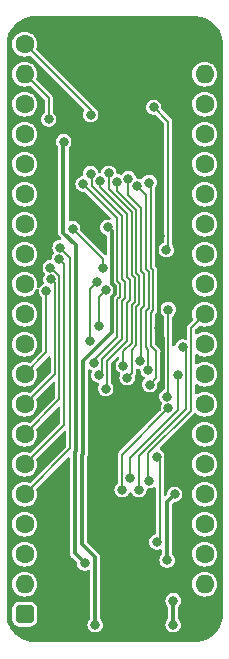
<source format=gbl>
%TF.GenerationSoftware,KiCad,Pcbnew,7.0.5*%
%TF.CreationDate,2024-01-27T16:18:00+02:00*%
%TF.ProjectId,Memory 32KB with Output,4d656d6f-7279-4203-9332-4b4220776974,rev?*%
%TF.SameCoordinates,Original*%
%TF.FileFunction,Copper,L2,Bot*%
%TF.FilePolarity,Positive*%
%FSLAX46Y46*%
G04 Gerber Fmt 4.6, Leading zero omitted, Abs format (unit mm)*
G04 Created by KiCad (PCBNEW 7.0.5) date 2024-01-27 16:18:00*
%MOMM*%
%LPD*%
G01*
G04 APERTURE LIST*
G04 Aperture macros list*
%AMRoundRect*
0 Rectangle with rounded corners*
0 $1 Rounding radius*
0 $2 $3 $4 $5 $6 $7 $8 $9 X,Y pos of 4 corners*
0 Add a 4 corners polygon primitive as box body*
4,1,4,$2,$3,$4,$5,$6,$7,$8,$9,$2,$3,0*
0 Add four circle primitives for the rounded corners*
1,1,$1+$1,$2,$3*
1,1,$1+$1,$4,$5*
1,1,$1+$1,$6,$7*
1,1,$1+$1,$8,$9*
0 Add four rect primitives between the rounded corners*
20,1,$1+$1,$2,$3,$4,$5,0*
20,1,$1+$1,$4,$5,$6,$7,0*
20,1,$1+$1,$6,$7,$8,$9,0*
20,1,$1+$1,$8,$9,$2,$3,0*%
G04 Aperture macros list end*
%TA.AperFunction,ComponentPad*%
%ADD10C,1.600000*%
%TD*%
%TA.AperFunction,ComponentPad*%
%ADD11O,1.600000X1.600000*%
%TD*%
%TA.AperFunction,ComponentPad*%
%ADD12RoundRect,0.400000X-0.400000X-0.400000X0.400000X-0.400000X0.400000X0.400000X-0.400000X0.400000X0*%
%TD*%
%TA.AperFunction,ComponentPad*%
%ADD13R,1.600000X1.600000*%
%TD*%
%TA.AperFunction,ViaPad*%
%ADD14C,0.800000*%
%TD*%
%TA.AperFunction,Conductor*%
%ADD15C,0.350000*%
%TD*%
%TA.AperFunction,Conductor*%
%ADD16C,0.380000*%
%TD*%
%TA.AperFunction,Conductor*%
%ADD17C,0.200000*%
%TD*%
G04 APERTURE END LIST*
D10*
%TO.P,J1,1,Pin_1*%
%TO.N,/T~{OE}*%
X114300000Y-53340000D03*
D11*
%TO.P,J1,2,Pin_2*%
%TO.N,/TDIR*%
X114300000Y-55880000D03*
D10*
%TO.P,J1,3,Pin_3*%
%TO.N,/M~{OE}*%
X114300000Y-58420000D03*
%TO.P,J1,4,Pin_4*%
%TO.N,/M~{WE}*%
X114300000Y-60960000D03*
%TO.P,J1,5,Pin_5*%
%TO.N,/M14*%
X114300000Y-63500000D03*
%TO.P,J1,6,Pin_6*%
%TO.N,/M13*%
X114300000Y-66040000D03*
%TO.P,J1,7,Pin_7*%
%TO.N,/M12*%
X114300000Y-68580000D03*
%TO.P,J1,8,Pin_8*%
%TO.N,/M11*%
X114300000Y-71120000D03*
%TO.P,J1,9,Pin_9*%
%TO.N,/M10*%
X114300000Y-73660000D03*
%TO.P,J1,10,Pin_10*%
%TO.N,/M9*%
X114300000Y-76200000D03*
%TO.P,J1,11,Pin_11*%
%TO.N,/M8*%
X114300000Y-78740000D03*
%TO.P,J1,12,Pin_12*%
%TO.N,/M7*%
X114300000Y-81280000D03*
%TO.P,J1,13,Pin_13*%
%TO.N,/M6*%
X114300000Y-83820000D03*
%TO.P,J1,14,Pin_14*%
%TO.N,/M5*%
X114300000Y-86360000D03*
%TO.P,J1,15,Pin_15*%
%TO.N,/M4*%
X114300000Y-88900000D03*
%TO.P,J1,16,Pin_16*%
%TO.N,/M3*%
X114300000Y-91440000D03*
%TO.P,J1,17,Pin_17*%
%TO.N,/M2*%
X114300000Y-93980000D03*
%TO.P,J1,18,Pin_18*%
%TO.N,/M1*%
X114300000Y-96520000D03*
D11*
%TO.P,J1,19,Pin_19*%
%TO.N,/M0*%
X114300000Y-99060000D03*
D12*
%TO.P,J1,20,Pin_20*%
%TO.N,/5V*%
X114300000Y-101600000D03*
D11*
%TO.P,J1,21,Pin_21*%
%TO.N,/GND*%
X129540000Y-101600000D03*
%TO.P,J1,22,Pin_22*%
%TO.N,/LLE*%
X129540000Y-99060000D03*
D10*
%TO.P,J1,23,Pin_23*%
%TO.N,/L~{OE}*%
X129540000Y-96520000D03*
%TO.P,J1,24,Pin_24*%
%TO.N,/LQ0*%
X129540000Y-93980000D03*
%TO.P,J1,25,Pin_25*%
%TO.N,/LQ1*%
X129540000Y-91440000D03*
%TO.P,J1,26,Pin_26*%
%TO.N,/LQ2*%
X129540000Y-88900000D03*
%TO.P,J1,27,Pin_27*%
%TO.N,/LQ3*%
X129540000Y-86360000D03*
%TO.P,J1,28,Pin_28*%
%TO.N,/LQ4*%
X129540000Y-83820000D03*
%TO.P,J1,29,Pin_29*%
%TO.N,/LQ5*%
X129540000Y-81280000D03*
%TO.P,J1,30,Pin_30*%
%TO.N,/LQ6*%
X129540000Y-78740000D03*
%TO.P,J1,31,Pin_31*%
%TO.N,/LQ7*%
X129540000Y-76200000D03*
%TO.P,J1,32,Pin_32*%
%TO.N,/D0*%
X129540000Y-73660000D03*
%TO.P,J1,33,Pin_33*%
%TO.N,/D1*%
X129540000Y-71120000D03*
%TO.P,J1,34,Pin_34*%
%TO.N,/D2*%
X129540000Y-68580000D03*
%TO.P,J1,35,Pin_35*%
%TO.N,/D3*%
X129540000Y-66040000D03*
%TO.P,J1,36,Pin_36*%
%TO.N,/D4*%
X129540000Y-63500000D03*
%TO.P,J1,37,Pin_37*%
%TO.N,/D5*%
X129540000Y-60960000D03*
%TO.P,J1,38,Pin_38*%
%TO.N,/D6*%
X129540000Y-58420000D03*
D11*
%TO.P,J1,39,Pin_39*%
%TO.N,/D7*%
X129540000Y-55880000D03*
D13*
%TO.P,J1,40,Pin_40*%
%TO.N,/GND*%
X129540000Y-53340000D03*
%TD*%
D14*
%TO.N,/5V*%
X126873000Y-100457000D03*
X120268998Y-102489000D03*
X126873000Y-102489000D03*
X121341000Y-68834004D03*
%TO.N,/GND*%
X124460000Y-97790000D03*
X121031000Y-88866000D03*
X125665000Y-77343000D03*
X125749202Y-69596000D03*
X120650000Y-63500000D03*
%TO.N,/3.3V*%
X127000002Y-91440000D03*
X126365000Y-97028000D03*
X119380002Y-97282000D03*
X117602000Y-61595000D03*
%TO.N,/M~{OE}*%
X125222000Y-58674000D03*
X126290018Y-70739000D03*
%TO.N,/M9*%
X121152035Y-74184887D03*
X120601000Y-77216000D03*
%TO.N,/M8*%
X119854493Y-78439491D03*
X120429021Y-73484887D03*
%TO.N,/M13*%
X120904000Y-72322648D03*
X118364000Y-68961000D03*
%TO.N,/M7*%
X116143649Y-74230434D03*
%TO.N,/M6*%
X116506975Y-73254294D03*
%TO.N,/M5*%
X116472548Y-72255331D03*
%TO.N,/M4*%
X117225775Y-71555331D03*
%TO.N,/M3*%
X117292276Y-70557542D03*
%TO.N,/DM0*%
X119253000Y-65186962D03*
X120183032Y-80302984D03*
%TO.N,/DM1*%
X120569701Y-81350052D03*
X119888000Y-64292511D03*
%TO.N,/DM2*%
X120677173Y-64924172D03*
X121161501Y-82500005D03*
%TO.N,/DM3*%
X121413647Y-64247702D03*
X122645679Y-80558377D03*
%TO.N,/DM4*%
X122102187Y-64978231D03*
X122979000Y-81579921D03*
%TO.N,/DM5*%
X124045679Y-80180087D03*
X123070117Y-64727000D03*
%TO.N,/DM6*%
X124745679Y-80937892D03*
X123836462Y-65369434D03*
%TO.N,/DM7*%
X124882942Y-82157252D03*
X124840998Y-65056999D03*
%TO.N,/M10*%
X126348617Y-83168617D03*
X126452035Y-75803313D03*
%TO.N,/TDIR*%
X116332000Y-59690000D03*
%TO.N,/T~{OE}*%
X119888000Y-59309000D03*
%TO.N,/L~{OE}*%
X125476000Y-88265000D03*
X125476000Y-95480003D03*
%TO.N,/LQ7*%
X124841000Y-90297000D03*
%TO.N,/LQ6*%
X127690000Y-78989785D03*
X123968431Y-91059004D03*
%TO.N,/LQ5*%
X127290000Y-81359847D03*
X123225999Y-90043000D03*
%TO.N,/LQ4*%
X122555000Y-91059000D03*
X126460365Y-84169365D03*
%TD*%
D15*
%TO.N,/5V*%
X119225000Y-80165000D02*
X121679000Y-77711000D01*
X121679000Y-73606673D02*
X121679000Y-69172004D01*
X121927035Y-74505903D02*
X121927035Y-73854708D01*
X119126000Y-88105996D02*
X119225000Y-88006996D01*
X119126000Y-95631000D02*
X119126000Y-88105996D01*
D16*
X126873000Y-100457000D02*
X126873000Y-102489000D01*
D15*
X121679000Y-74753938D02*
X121927035Y-74505903D01*
X121927035Y-73854708D02*
X121679000Y-73606673D01*
X120268998Y-96773998D02*
X119126000Y-95631000D01*
X121679000Y-77711000D02*
X121679000Y-74753938D01*
X121679000Y-69172004D02*
X121341000Y-68834004D01*
X119225000Y-88006996D02*
X119225000Y-80165000D01*
X120268998Y-102489000D02*
X120268998Y-96773998D01*
%TO.N,/GND*%
X125476000Y-72100376D02*
X125476000Y-69869202D01*
D16*
X120650000Y-63500000D02*
X120692298Y-63457702D01*
D15*
X125665000Y-77343000D02*
X125476000Y-77154000D01*
X121031000Y-94361000D02*
X124460000Y-97790000D01*
X125665000Y-77913000D02*
X125984000Y-78232000D01*
X125476000Y-76260243D02*
X125677035Y-76059208D01*
D16*
X123063000Y-53340000D02*
X122809000Y-53594000D01*
D15*
X125984000Y-78232000D02*
X125984000Y-82423000D01*
X125665000Y-77343000D02*
X125665000Y-77913000D01*
D16*
X120692298Y-63457702D02*
X124925702Y-63457702D01*
D15*
X125476000Y-77154000D02*
X125476000Y-76260243D01*
X121031000Y-88866000D02*
X121031000Y-94361000D01*
X125984000Y-82423000D02*
X121031000Y-87376000D01*
D16*
X122809000Y-61341000D02*
X120650000Y-63500000D01*
X122809000Y-53594000D02*
X122809000Y-61341000D01*
D15*
X125677035Y-76059208D02*
X125677035Y-72301411D01*
X121031000Y-87376000D02*
X121031000Y-88866000D01*
D16*
X124925702Y-63457702D02*
X125749202Y-64281202D01*
X129540000Y-53340000D02*
X123063000Y-53340000D01*
D15*
X125476000Y-69869202D02*
X125749202Y-69596000D01*
D16*
X125749202Y-64281202D02*
X125749202Y-69596000D01*
D15*
X125677035Y-72301411D02*
X125476000Y-72100376D01*
D16*
%TO.N,/3.3V*%
X117602000Y-61595000D02*
X117574000Y-61623000D01*
X118660000Y-87772965D02*
X118550666Y-87882298D01*
X126365000Y-92075002D02*
X127000002Y-91440000D01*
X118550666Y-87882298D02*
X118550666Y-96452664D01*
X126365000Y-97028000D02*
X126365000Y-92075002D01*
X118550666Y-96452664D02*
X119380002Y-97282000D01*
X118660000Y-70373983D02*
X118660000Y-87772965D01*
X117574000Y-69287983D02*
X118660000Y-70373983D01*
X117574000Y-61623000D02*
X117574000Y-69287983D01*
D17*
%TO.N,/M~{OE}*%
X126449214Y-70579804D02*
X126290018Y-70739000D01*
X126449214Y-59901214D02*
X126449214Y-70579804D01*
X125222000Y-58674000D02*
X126449214Y-59901214D01*
%TO.N,/M9*%
X120601000Y-74735922D02*
X121152035Y-74184887D01*
X120601000Y-77216000D02*
X120601000Y-74735922D01*
%TO.N,/M8*%
X119823000Y-74090908D02*
X120429021Y-73484887D01*
X119854493Y-78439491D02*
X119823000Y-78407998D01*
X119823000Y-78407998D02*
X119823000Y-74090908D01*
%TO.N,/M13*%
X118364000Y-68961000D02*
X120904000Y-71501000D01*
X120904000Y-71501000D02*
X120904000Y-72322648D01*
%TO.N,/M7*%
X114300000Y-81280000D02*
X116143649Y-79436351D01*
X116143649Y-79436351D02*
X116143649Y-74230434D01*
%TO.N,/M6*%
X116843649Y-81276351D02*
X116843649Y-73590968D01*
X116843649Y-73590968D02*
X116506975Y-73254294D01*
X114300000Y-83820000D02*
X116843649Y-81276351D01*
%TO.N,/M5*%
X114300000Y-86360000D02*
X117243649Y-83416351D01*
X117243649Y-72989869D02*
X116509111Y-72255331D01*
X116509111Y-72255331D02*
X116472548Y-72255331D01*
X117243649Y-83416351D02*
X117243649Y-72989869D01*
%TO.N,/M4*%
X117660661Y-85539339D02*
X117660661Y-71990217D01*
X114300000Y-88900000D02*
X117660661Y-85539339D01*
X117660661Y-71990217D02*
X117225775Y-71555331D01*
%TO.N,/M3*%
X114300000Y-91440000D02*
X118170000Y-87570000D01*
X118170000Y-71435266D02*
X117292276Y-70557542D01*
X118170000Y-87570000D02*
X118170000Y-71435266D01*
%TO.N,/DM0*%
X122154000Y-74950690D02*
X122154000Y-78125000D01*
X122402035Y-74702655D02*
X122154000Y-74950690D01*
X122154000Y-78125000D02*
X120183032Y-80095968D01*
X120183032Y-80095968D02*
X120183032Y-80302984D01*
X122154000Y-73409921D02*
X122402035Y-73657957D01*
X119253000Y-65186962D02*
X122154000Y-68087962D01*
X122402035Y-73657957D02*
X122402035Y-74702655D01*
X122154000Y-68087962D02*
X122154000Y-73409921D01*
%TO.N,/DM1*%
X119888000Y-64292511D02*
X119977173Y-64381684D01*
X119977173Y-64381684D02*
X119977173Y-65309487D01*
X122802035Y-74868341D02*
X122554000Y-75116376D01*
X122554000Y-75116376D02*
X122554000Y-78290686D01*
X120883032Y-81036721D02*
X120569701Y-81350052D01*
X122802035Y-73492272D02*
X122802035Y-74868341D01*
X119977173Y-65309487D02*
X122554000Y-67886314D01*
X122554000Y-67886314D02*
X122554000Y-73244236D01*
X120883032Y-79961655D02*
X120883032Y-81036721D01*
X122554000Y-73244236D02*
X122802035Y-73492272D01*
X122554000Y-78290686D02*
X120883032Y-79961655D01*
%TO.N,/DM2*%
X120677173Y-65443801D02*
X122954000Y-67720629D01*
X123202035Y-75034027D02*
X122954000Y-75282062D01*
X121283032Y-82378474D02*
X121161501Y-82500005D01*
X121283032Y-80127340D02*
X121283032Y-82378474D01*
X123202035Y-73326587D02*
X123202035Y-75034027D01*
X122954000Y-67720629D02*
X122954000Y-73078551D01*
X122954000Y-75282062D02*
X122953999Y-78456373D01*
X122953999Y-78456373D02*
X121283032Y-80127340D01*
X122954000Y-73078551D02*
X123202035Y-73326587D01*
X120677173Y-64924172D02*
X120677173Y-65443801D01*
%TO.N,/DM3*%
X123354000Y-72912866D02*
X123602035Y-73160902D01*
X121402187Y-64259162D02*
X121402187Y-65603129D01*
X123602035Y-75199713D02*
X123354000Y-75447748D01*
X121413647Y-64247702D02*
X121402187Y-64259162D01*
X123354000Y-75447748D02*
X123353999Y-78622059D01*
X123353999Y-78622059D02*
X122645679Y-79330379D01*
X123602035Y-73160902D02*
X123602035Y-75199713D01*
X123354000Y-67554944D02*
X123354000Y-72912866D01*
X121402187Y-65603129D02*
X123354000Y-67554944D01*
X122645679Y-79330379D02*
X122645679Y-80558377D01*
%TO.N,/DM4*%
X123754000Y-67389259D02*
X123754000Y-72747181D01*
X123754000Y-75613434D02*
X123753999Y-78787745D01*
X124002035Y-72995217D02*
X124002035Y-75365399D01*
X123753999Y-78787745D02*
X123345679Y-79196065D01*
X124002035Y-75365399D02*
X123754000Y-75613434D01*
X122102187Y-64978231D02*
X122102187Y-65737445D01*
X122102187Y-65737445D02*
X123754000Y-67389259D01*
X123345679Y-79196065D02*
X123345679Y-81213242D01*
X123754000Y-72747181D02*
X124002035Y-72995217D01*
X123345679Y-81213242D02*
X122979000Y-81579921D01*
%TO.N,/DM5*%
X124154000Y-75779120D02*
X124154000Y-80071766D01*
X124154000Y-80071766D02*
X124045679Y-80180087D01*
X124402035Y-75531085D02*
X124154000Y-75779120D01*
X123070117Y-64727000D02*
X123070117Y-66139689D01*
X124154000Y-72581496D02*
X124402035Y-72829532D01*
X124402035Y-72829532D02*
X124402035Y-75531085D01*
X123070117Y-66139689D02*
X124154000Y-67223574D01*
X124154000Y-67223574D02*
X124154000Y-72581496D01*
%TO.N,/DM6*%
X124802035Y-72663847D02*
X124802035Y-75696771D01*
X124802035Y-75696771D02*
X124554000Y-75944806D01*
X124554000Y-75944806D02*
X124554000Y-79018685D01*
X124745679Y-79210364D02*
X124745679Y-80937892D01*
X124554000Y-79018685D02*
X124745679Y-79210364D01*
X123836462Y-65369434D02*
X124554000Y-66086972D01*
X124554000Y-72415811D02*
X124802035Y-72663847D01*
X124554000Y-66086972D02*
X124554000Y-72415811D01*
%TO.N,/DM7*%
X125445679Y-79344679D02*
X125445679Y-81594515D01*
X125202035Y-75862457D02*
X124954000Y-76110492D01*
X124954000Y-72250126D02*
X125202035Y-72498162D01*
X125445679Y-81594515D02*
X124882942Y-82157252D01*
X124954000Y-78852999D02*
X125445679Y-79344679D01*
X124954000Y-65170001D02*
X124954000Y-72250126D01*
X124954000Y-76110492D02*
X124954000Y-78852999D01*
X124840998Y-65056999D02*
X124954000Y-65170001D01*
X125202035Y-72498162D02*
X125202035Y-75862457D01*
%TO.N,/M10*%
X126348617Y-83168617D02*
X126459000Y-83058234D01*
X126459000Y-83058234D02*
X126459000Y-75810278D01*
X126459000Y-75810278D02*
X126452035Y-75803313D01*
%TO.N,/TDIR*%
X116332000Y-59690000D02*
X116332000Y-57912000D01*
X116332000Y-57912000D02*
X114300000Y-55880000D01*
%TO.N,/T~{OE}*%
X119888000Y-58928000D02*
X119888000Y-59309000D01*
X114300000Y-53340000D02*
X119888000Y-58928000D01*
%TO.N,/L~{OE}*%
X125730000Y-88519000D02*
X125476000Y-88265000D01*
X125476000Y-95480003D02*
X125730000Y-95226003D01*
X125730000Y-95226003D02*
X125730000Y-88519000D01*
%TO.N,/LQ7*%
X128390000Y-84361050D02*
X128390000Y-77350000D01*
X124776000Y-87975050D02*
X128390000Y-84361050D01*
X124776000Y-90232000D02*
X124776000Y-87975050D01*
X128390000Y-77350000D02*
X129540000Y-76200000D01*
X124841000Y-90297000D02*
X124776000Y-90232000D01*
%TO.N,/LQ6*%
X123968431Y-91059004D02*
X123968431Y-88216934D01*
X123968431Y-88216934D02*
X127990000Y-84195365D01*
X127990000Y-84195365D02*
X127990000Y-79289785D01*
X127990000Y-79289785D02*
X127690000Y-78989785D01*
%TO.N,/LQ5*%
X123225999Y-90043000D02*
X123225999Y-88393681D01*
X127290000Y-84329680D02*
X127290000Y-81359847D01*
X123225999Y-88393681D02*
X127290000Y-84329680D01*
%TO.N,/LQ4*%
X122525999Y-88103731D02*
X126460365Y-84169365D01*
X122525999Y-91029999D02*
X122525999Y-88103731D01*
X122555000Y-91059000D02*
X122525999Y-91029999D01*
%TD*%
%TA.AperFunction,Conductor*%
%TO.N,/GND*%
G36*
X128706138Y-50976880D02*
G01*
X128706155Y-50976881D01*
X128985390Y-50993767D01*
X128992823Y-50994671D01*
X129017541Y-50999200D01*
X129266153Y-51044757D01*
X129273415Y-51046548D01*
X129538710Y-51129215D01*
X129545716Y-51131872D01*
X129799109Y-51245911D01*
X129805740Y-51249391D01*
X130043553Y-51393152D01*
X130049700Y-51397395D01*
X130268452Y-51568773D01*
X130274049Y-51573733D01*
X130470543Y-51770224D01*
X130475513Y-51775833D01*
X130646879Y-51994564D01*
X130651136Y-52000731D01*
X130794893Y-52238532D01*
X130798375Y-52245167D01*
X130912419Y-52498557D01*
X130915072Y-52505551D01*
X130992351Y-52753547D01*
X130997742Y-52770847D01*
X130999535Y-52778123D01*
X131049624Y-53051448D01*
X131050527Y-53058887D01*
X131067386Y-53337568D01*
X131067499Y-53341313D01*
X131067499Y-101598138D01*
X131067386Y-101601883D01*
X131050494Y-101881108D01*
X131049591Y-101888547D01*
X130999504Y-102161864D01*
X130997711Y-102169140D01*
X130915044Y-102434428D01*
X130912386Y-102441435D01*
X130798348Y-102694815D01*
X130794865Y-102701451D01*
X130651111Y-102939246D01*
X130646854Y-102945413D01*
X130475489Y-103164143D01*
X130470519Y-103169752D01*
X130274032Y-103366237D01*
X130268423Y-103371206D01*
X130049687Y-103542573D01*
X130043520Y-103546830D01*
X129805730Y-103690576D01*
X129799095Y-103694058D01*
X129545708Y-103808095D01*
X129538702Y-103810752D01*
X129273405Y-103893419D01*
X129266129Y-103895213D01*
X128992820Y-103945295D01*
X128985381Y-103946199D01*
X128705610Y-103963119D01*
X128701867Y-103963232D01*
X115137604Y-103963232D01*
X115133861Y-103963119D01*
X114854615Y-103946232D01*
X114847175Y-103945328D01*
X114573860Y-103895245D01*
X114566584Y-103893451D01*
X114301288Y-103810784D01*
X114294282Y-103808127D01*
X114040890Y-103694087D01*
X114034255Y-103690605D01*
X113796457Y-103546854D01*
X113790295Y-103542601D01*
X113571549Y-103371227D01*
X113565950Y-103366266D01*
X113369456Y-103169775D01*
X113364490Y-103164171D01*
X113193120Y-102945435D01*
X113188863Y-102939268D01*
X113165633Y-102900842D01*
X113045096Y-102701451D01*
X113041632Y-102694851D01*
X112927577Y-102441432D01*
X112924930Y-102434455D01*
X112842254Y-102169140D01*
X112840463Y-102161873D01*
X112822839Y-102065701D01*
X113249500Y-102065701D01*
X113252401Y-102102567D01*
X113252402Y-102102573D01*
X113298254Y-102260393D01*
X113298255Y-102260396D01*
X113381917Y-102401862D01*
X113381923Y-102401870D01*
X113498129Y-102518076D01*
X113498133Y-102518079D01*
X113498135Y-102518081D01*
X113639602Y-102601744D01*
X113681224Y-102613836D01*
X113797426Y-102647597D01*
X113797429Y-102647597D01*
X113797431Y-102647598D01*
X113834306Y-102650500D01*
X113834314Y-102650500D01*
X114765686Y-102650500D01*
X114765694Y-102650500D01*
X114802569Y-102647598D01*
X114802571Y-102647597D01*
X114802573Y-102647597D01*
X114844191Y-102635505D01*
X114960398Y-102601744D01*
X115101865Y-102518081D01*
X115218081Y-102401865D01*
X115301744Y-102260398D01*
X115347598Y-102102569D01*
X115350500Y-102065694D01*
X115350500Y-101134306D01*
X115347598Y-101097431D01*
X115301744Y-100939602D01*
X115218081Y-100798135D01*
X115218079Y-100798133D01*
X115218076Y-100798129D01*
X115101870Y-100681923D01*
X115101862Y-100681917D01*
X114960396Y-100598255D01*
X114960393Y-100598254D01*
X114802573Y-100552402D01*
X114802567Y-100552401D01*
X114765701Y-100549500D01*
X114765694Y-100549500D01*
X113834306Y-100549500D01*
X113834298Y-100549500D01*
X113797432Y-100552401D01*
X113797426Y-100552402D01*
X113639606Y-100598254D01*
X113639603Y-100598255D01*
X113498137Y-100681917D01*
X113498129Y-100681923D01*
X113381923Y-100798129D01*
X113381917Y-100798137D01*
X113298255Y-100939603D01*
X113298254Y-100939606D01*
X113252402Y-101097426D01*
X113252401Y-101097432D01*
X113249500Y-101134298D01*
X113249500Y-102065701D01*
X112822839Y-102065701D01*
X112790375Y-101888551D01*
X112789471Y-101881112D01*
X112772613Y-101602411D01*
X112772500Y-101598667D01*
X112772500Y-99060000D01*
X113244417Y-99060000D01*
X113264699Y-99265932D01*
X113264700Y-99265934D01*
X113324768Y-99463954D01*
X113422315Y-99646450D01*
X113422317Y-99646452D01*
X113553589Y-99806410D01*
X113599763Y-99844303D01*
X113713550Y-99937685D01*
X113896046Y-100035232D01*
X114094066Y-100095300D01*
X114094065Y-100095300D01*
X114112529Y-100097118D01*
X114300000Y-100115583D01*
X114505934Y-100095300D01*
X114703954Y-100035232D01*
X114886450Y-99937685D01*
X115046410Y-99806410D01*
X115177685Y-99646450D01*
X115275232Y-99463954D01*
X115335300Y-99265934D01*
X115355583Y-99060000D01*
X115335300Y-98854066D01*
X115275232Y-98656046D01*
X115177685Y-98473550D01*
X115125702Y-98410209D01*
X115046410Y-98313589D01*
X114886452Y-98182317D01*
X114886453Y-98182317D01*
X114886450Y-98182315D01*
X114703954Y-98084768D01*
X114505934Y-98024700D01*
X114505932Y-98024699D01*
X114505934Y-98024699D01*
X114300000Y-98004417D01*
X114094067Y-98024699D01*
X113896043Y-98084769D01*
X113785897Y-98143643D01*
X113713550Y-98182315D01*
X113713548Y-98182316D01*
X113713547Y-98182317D01*
X113553589Y-98313589D01*
X113422317Y-98473547D01*
X113324769Y-98656043D01*
X113264699Y-98854067D01*
X113244417Y-99060000D01*
X112772500Y-99060000D01*
X112772500Y-96519999D01*
X113244417Y-96519999D01*
X113264699Y-96725932D01*
X113274519Y-96758304D01*
X113324768Y-96923954D01*
X113422315Y-97106450D01*
X113422317Y-97106452D01*
X113553589Y-97266410D01*
X113650209Y-97345702D01*
X113713550Y-97397685D01*
X113896046Y-97495232D01*
X114094066Y-97555300D01*
X114094065Y-97555300D01*
X114114347Y-97557297D01*
X114300000Y-97575583D01*
X114505934Y-97555300D01*
X114703954Y-97495232D01*
X114886450Y-97397685D01*
X115046410Y-97266410D01*
X115177685Y-97106450D01*
X115275232Y-96923954D01*
X115335300Y-96725934D01*
X115355583Y-96520000D01*
X115335300Y-96314066D01*
X115275232Y-96116046D01*
X115177685Y-95933550D01*
X115055386Y-95784527D01*
X115046410Y-95773589D01*
X114886452Y-95642317D01*
X114886453Y-95642317D01*
X114886450Y-95642315D01*
X114703954Y-95544768D01*
X114505934Y-95484700D01*
X114505932Y-95484699D01*
X114505934Y-95484699D01*
X114300000Y-95464417D01*
X114094067Y-95484699D01*
X113896043Y-95544769D01*
X113785897Y-95603643D01*
X113713550Y-95642315D01*
X113713548Y-95642316D01*
X113713547Y-95642317D01*
X113553589Y-95773589D01*
X113422317Y-95933547D01*
X113324769Y-96116043D01*
X113264699Y-96314067D01*
X113244417Y-96519999D01*
X112772500Y-96519999D01*
X112772500Y-93980000D01*
X113244417Y-93980000D01*
X113264699Y-94185932D01*
X113264700Y-94185934D01*
X113324768Y-94383954D01*
X113422315Y-94566450D01*
X113422317Y-94566452D01*
X113553589Y-94726410D01*
X113647781Y-94803710D01*
X113713550Y-94857685D01*
X113896046Y-94955232D01*
X114094066Y-95015300D01*
X114094065Y-95015300D01*
X114114347Y-95017297D01*
X114300000Y-95035583D01*
X114505934Y-95015300D01*
X114703954Y-94955232D01*
X114886450Y-94857685D01*
X115046410Y-94726410D01*
X115177685Y-94566450D01*
X115275232Y-94383954D01*
X115335300Y-94185934D01*
X115355583Y-93980000D01*
X115335300Y-93774066D01*
X115275232Y-93576046D01*
X115177685Y-93393550D01*
X115125702Y-93330209D01*
X115046410Y-93233589D01*
X114886452Y-93102317D01*
X114886453Y-93102317D01*
X114886450Y-93102315D01*
X114703954Y-93004768D01*
X114505934Y-92944700D01*
X114505932Y-92944699D01*
X114505934Y-92944699D01*
X114318463Y-92926235D01*
X114300000Y-92924417D01*
X114299999Y-92924417D01*
X114094067Y-92944699D01*
X113896043Y-93004769D01*
X113785897Y-93063643D01*
X113713550Y-93102315D01*
X113713548Y-93102316D01*
X113713547Y-93102317D01*
X113553589Y-93233589D01*
X113422317Y-93393547D01*
X113324769Y-93576043D01*
X113264699Y-93774067D01*
X113244417Y-93980000D01*
X112772500Y-93980000D01*
X112772500Y-91439999D01*
X113244417Y-91439999D01*
X113264699Y-91645932D01*
X113292185Y-91736541D01*
X113324768Y-91843954D01*
X113422315Y-92026450D01*
X113456969Y-92068677D01*
X113553589Y-92186410D01*
X113621066Y-92241786D01*
X113713550Y-92317685D01*
X113896046Y-92415232D01*
X114094066Y-92475300D01*
X114094065Y-92475300D01*
X114112529Y-92477118D01*
X114300000Y-92495583D01*
X114505934Y-92475300D01*
X114703954Y-92415232D01*
X114886450Y-92317685D01*
X115046410Y-92186410D01*
X115177685Y-92026450D01*
X115275232Y-91843954D01*
X115335300Y-91645934D01*
X115355583Y-91440000D01*
X115335300Y-91234066D01*
X115279210Y-91049163D01*
X115278588Y-90979298D01*
X115310189Y-90925491D01*
X117898487Y-88337194D01*
X117959808Y-88303711D01*
X118029500Y-88308695D01*
X118085433Y-88350567D01*
X118109850Y-88416031D01*
X118110166Y-88424877D01*
X118110166Y-96424435D01*
X118109776Y-96431383D01*
X118105500Y-96469320D01*
X118110053Y-96493380D01*
X118116104Y-96525362D01*
X118116487Y-96527616D01*
X118124981Y-96583969D01*
X118127447Y-96591965D01*
X118130187Y-96599794D01*
X118156811Y-96650168D01*
X118157856Y-96652238D01*
X118182596Y-96703612D01*
X118187252Y-96710442D01*
X118192235Y-96717192D01*
X118192237Y-96717196D01*
X118232542Y-96757501D01*
X118234125Y-96759145D01*
X118272916Y-96800951D01*
X118280182Y-96806745D01*
X118279644Y-96807418D01*
X118291738Y-96816697D01*
X118690000Y-97214959D01*
X118723485Y-97276282D01*
X118725415Y-97287693D01*
X118743765Y-97438819D01*
X118765159Y-97495230D01*
X118799782Y-97586523D01*
X118889519Y-97716530D01*
X119007762Y-97821283D01*
X119007764Y-97821284D01*
X119147636Y-97894696D01*
X119301016Y-97932500D01*
X119301017Y-97932500D01*
X119458987Y-97932500D01*
X119612367Y-97894696D01*
X119612366Y-97894696D01*
X119661871Y-97868713D01*
X119730378Y-97854987D01*
X119795432Y-97880478D01*
X119836377Y-97937093D01*
X119843498Y-97978509D01*
X119843498Y-101941092D01*
X119823813Y-102008131D01*
X119801726Y-102033907D01*
X119778515Y-102054469D01*
X119778513Y-102054472D01*
X119688779Y-102184475D01*
X119688778Y-102184476D01*
X119632760Y-102332181D01*
X119613720Y-102488999D01*
X119613720Y-102489000D01*
X119632760Y-102645818D01*
X119688778Y-102793523D01*
X119778515Y-102923530D01*
X119896758Y-103028283D01*
X119896760Y-103028284D01*
X120036632Y-103101696D01*
X120190012Y-103139500D01*
X120190013Y-103139500D01*
X120347983Y-103139500D01*
X120501363Y-103101696D01*
X120501362Y-103101696D01*
X120641238Y-103028283D01*
X120759481Y-102923530D01*
X120849218Y-102793523D01*
X120905235Y-102645818D01*
X120924276Y-102489000D01*
X126217721Y-102489000D01*
X126236762Y-102645818D01*
X126292779Y-102793523D01*
X126292780Y-102793523D01*
X126382517Y-102923530D01*
X126500760Y-103028283D01*
X126500762Y-103028284D01*
X126640634Y-103101696D01*
X126794014Y-103139500D01*
X126794015Y-103139500D01*
X126951985Y-103139500D01*
X127105365Y-103101696D01*
X127105364Y-103101696D01*
X127245240Y-103028283D01*
X127363483Y-102923530D01*
X127453220Y-102793523D01*
X127509237Y-102645818D01*
X127528278Y-102489000D01*
X127516765Y-102394177D01*
X127509237Y-102332181D01*
X127482011Y-102260393D01*
X127453220Y-102184477D01*
X127363483Y-102054470D01*
X127363481Y-102054468D01*
X127355273Y-102047196D01*
X127318146Y-101988007D01*
X127313500Y-101954381D01*
X127313500Y-100991618D01*
X127333185Y-100924579D01*
X127355274Y-100898801D01*
X127363483Y-100891530D01*
X127453220Y-100761523D01*
X127509237Y-100613818D01*
X127528278Y-100457000D01*
X127509237Y-100300182D01*
X127453220Y-100152477D01*
X127363483Y-100022470D01*
X127245240Y-99917717D01*
X127245238Y-99917716D01*
X127245237Y-99917715D01*
X127105365Y-99844303D01*
X126951986Y-99806500D01*
X126951985Y-99806500D01*
X126794015Y-99806500D01*
X126794014Y-99806500D01*
X126640634Y-99844303D01*
X126500762Y-99917715D01*
X126382516Y-100022471D01*
X126292781Y-100152475D01*
X126292780Y-100152476D01*
X126236762Y-100300181D01*
X126217721Y-100456999D01*
X126217721Y-100457000D01*
X126236762Y-100613818D01*
X126292779Y-100761522D01*
X126292780Y-100761523D01*
X126382517Y-100891530D01*
X126390723Y-100898800D01*
X126427852Y-100957987D01*
X126432500Y-100991618D01*
X126432500Y-101954381D01*
X126412815Y-102021420D01*
X126390727Y-102047196D01*
X126382518Y-102054468D01*
X126292781Y-102184475D01*
X126292780Y-102184476D01*
X126236762Y-102332181D01*
X126217721Y-102488999D01*
X126217721Y-102489000D01*
X120924276Y-102489000D01*
X120912763Y-102394177D01*
X120905235Y-102332181D01*
X120878009Y-102260393D01*
X120849218Y-102184477D01*
X120759481Y-102054470D01*
X120736269Y-102033906D01*
X120699143Y-101974716D01*
X120694497Y-101941091D01*
X120694498Y-99060000D01*
X128484417Y-99060000D01*
X128504699Y-99265932D01*
X128504700Y-99265934D01*
X128564768Y-99463954D01*
X128662315Y-99646450D01*
X128662317Y-99646452D01*
X128793589Y-99806410D01*
X128839763Y-99844303D01*
X128953550Y-99937685D01*
X129136046Y-100035232D01*
X129334066Y-100095300D01*
X129334065Y-100095300D01*
X129354347Y-100097297D01*
X129540000Y-100115583D01*
X129745934Y-100095300D01*
X129943954Y-100035232D01*
X130126450Y-99937685D01*
X130286410Y-99806410D01*
X130417685Y-99646450D01*
X130515232Y-99463954D01*
X130575300Y-99265934D01*
X130595583Y-99060000D01*
X130575300Y-98854066D01*
X130515232Y-98656046D01*
X130417685Y-98473550D01*
X130365702Y-98410209D01*
X130286410Y-98313589D01*
X130126452Y-98182317D01*
X130126453Y-98182317D01*
X130126450Y-98182315D01*
X129943954Y-98084768D01*
X129745934Y-98024700D01*
X129745932Y-98024699D01*
X129745934Y-98024699D01*
X129558463Y-98006235D01*
X129540000Y-98004417D01*
X129539999Y-98004417D01*
X129334067Y-98024699D01*
X129136043Y-98084769D01*
X129025897Y-98143643D01*
X128953550Y-98182315D01*
X128953548Y-98182316D01*
X128953547Y-98182317D01*
X128793589Y-98313589D01*
X128662317Y-98473547D01*
X128564769Y-98656043D01*
X128504699Y-98854067D01*
X128484417Y-99060000D01*
X120694498Y-99060000D01*
X120694498Y-96740510D01*
X120694498Y-96706606D01*
X120694497Y-96706602D01*
X120687037Y-96683643D01*
X120682493Y-96664719D01*
X120680639Y-96653011D01*
X120678717Y-96640872D01*
X120667751Y-96619352D01*
X120660306Y-96601376D01*
X120659792Y-96599795D01*
X120652847Y-96578417D01*
X120638647Y-96558873D01*
X120628491Y-96542298D01*
X120617526Y-96520778D01*
X120522218Y-96425470D01*
X120116034Y-96019286D01*
X119587819Y-95491070D01*
X119554334Y-95429747D01*
X119551500Y-95403389D01*
X119551500Y-91059000D01*
X121899721Y-91059000D01*
X121918762Y-91215818D01*
X121964226Y-91335695D01*
X121974780Y-91363523D01*
X122064517Y-91493530D01*
X122182760Y-91598283D01*
X122182762Y-91598284D01*
X122322634Y-91671696D01*
X122476014Y-91709500D01*
X122476015Y-91709500D01*
X122633985Y-91709500D01*
X122787365Y-91671696D01*
X122787364Y-91671695D01*
X122927240Y-91598283D01*
X123045483Y-91493530D01*
X123135220Y-91363523D01*
X123145773Y-91335695D01*
X123187948Y-91279996D01*
X123253545Y-91255937D01*
X123321736Y-91271163D01*
X123370870Y-91320838D01*
X123377655Y-91335695D01*
X123377657Y-91335699D01*
X123388211Y-91363527D01*
X123477948Y-91493534D01*
X123596191Y-91598287D01*
X123596193Y-91598288D01*
X123736065Y-91671700D01*
X123889445Y-91709504D01*
X123889446Y-91709504D01*
X124047416Y-91709504D01*
X124200796Y-91671700D01*
X124249892Y-91645932D01*
X124340671Y-91598287D01*
X124458914Y-91493534D01*
X124548651Y-91363527D01*
X124604668Y-91215822D01*
X124623709Y-91059004D01*
X124623709Y-91059000D01*
X124624114Y-91055667D01*
X124651736Y-90991489D01*
X124709670Y-90952432D01*
X124754515Y-90948232D01*
X124754515Y-90947500D01*
X124919985Y-90947500D01*
X125073365Y-90909696D01*
X125197874Y-90844347D01*
X125266380Y-90830622D01*
X125331434Y-90856114D01*
X125372379Y-90912729D01*
X125379499Y-90954144D01*
X125379499Y-94736671D01*
X125359814Y-94803710D01*
X125307010Y-94849465D01*
X125285175Y-94857068D01*
X125243632Y-94867307D01*
X125103762Y-94940718D01*
X124985516Y-95045474D01*
X124895781Y-95175478D01*
X124895780Y-95175479D01*
X124839762Y-95323184D01*
X124820721Y-95480002D01*
X124820721Y-95480003D01*
X124839762Y-95636821D01*
X124895779Y-95784526D01*
X124895780Y-95784526D01*
X124985517Y-95914533D01*
X125103760Y-96019286D01*
X125103762Y-96019287D01*
X125243634Y-96092699D01*
X125397014Y-96130503D01*
X125397015Y-96130503D01*
X125554985Y-96130503D01*
X125708365Y-96092699D01*
X125742874Y-96074586D01*
X125811381Y-96060861D01*
X125876434Y-96086353D01*
X125917379Y-96142968D01*
X125924500Y-96184383D01*
X125924500Y-96493381D01*
X125904815Y-96560420D01*
X125882727Y-96586196D01*
X125874518Y-96593468D01*
X125784781Y-96723475D01*
X125784780Y-96723476D01*
X125728762Y-96871181D01*
X125709721Y-97027999D01*
X125709721Y-97028000D01*
X125728762Y-97184818D01*
X125765619Y-97282000D01*
X125784780Y-97332523D01*
X125874517Y-97462530D01*
X125992760Y-97567283D01*
X125992762Y-97567284D01*
X126132634Y-97640696D01*
X126286014Y-97678500D01*
X126286015Y-97678500D01*
X126443985Y-97678500D01*
X126597365Y-97640696D01*
X126737240Y-97567283D01*
X126855483Y-97462530D01*
X126945220Y-97332523D01*
X127001237Y-97184818D01*
X127020278Y-97028000D01*
X127001237Y-96871182D01*
X126945220Y-96723477D01*
X126855483Y-96593470D01*
X126847270Y-96586194D01*
X126810145Y-96527005D01*
X126809177Y-96520000D01*
X128484417Y-96520000D01*
X128504699Y-96725932D01*
X128514519Y-96758304D01*
X128564768Y-96923954D01*
X128662315Y-97106450D01*
X128662317Y-97106452D01*
X128793589Y-97266410D01*
X128890209Y-97345702D01*
X128953550Y-97397685D01*
X129136046Y-97495232D01*
X129334066Y-97555300D01*
X129334065Y-97555300D01*
X129352529Y-97557118D01*
X129540000Y-97575583D01*
X129745934Y-97555300D01*
X129943954Y-97495232D01*
X130126450Y-97397685D01*
X130286410Y-97266410D01*
X130417685Y-97106450D01*
X130515232Y-96923954D01*
X130575300Y-96725934D01*
X130595583Y-96520000D01*
X130575300Y-96314066D01*
X130515232Y-96116046D01*
X130417685Y-95933550D01*
X130295386Y-95784527D01*
X130286410Y-95773589D01*
X130126452Y-95642317D01*
X130126453Y-95642317D01*
X130126450Y-95642315D01*
X129943954Y-95544768D01*
X129745934Y-95484700D01*
X129745932Y-95484699D01*
X129745934Y-95484699D01*
X129540000Y-95464417D01*
X129334067Y-95484699D01*
X129136043Y-95544769D01*
X129025897Y-95603643D01*
X128953550Y-95642315D01*
X128953548Y-95642316D01*
X128953547Y-95642317D01*
X128793589Y-95773589D01*
X128662317Y-95933547D01*
X128564769Y-96116043D01*
X128504699Y-96314067D01*
X128484417Y-96520000D01*
X126809177Y-96520000D01*
X126805499Y-96493380D01*
X126805499Y-94566450D01*
X126805499Y-93980000D01*
X128484417Y-93980000D01*
X128504699Y-94185932D01*
X128504700Y-94185934D01*
X128564768Y-94383954D01*
X128662315Y-94566450D01*
X128662317Y-94566452D01*
X128793589Y-94726410D01*
X128887781Y-94803710D01*
X128953550Y-94857685D01*
X129136046Y-94955232D01*
X129334066Y-95015300D01*
X129334065Y-95015300D01*
X129354347Y-95017297D01*
X129540000Y-95035583D01*
X129745934Y-95015300D01*
X129943954Y-94955232D01*
X130126450Y-94857685D01*
X130286410Y-94726410D01*
X130417685Y-94566450D01*
X130515232Y-94383954D01*
X130575300Y-94185934D01*
X130595583Y-93980000D01*
X130575300Y-93774066D01*
X130515232Y-93576046D01*
X130417685Y-93393550D01*
X130365702Y-93330209D01*
X130286410Y-93233589D01*
X130126452Y-93102317D01*
X130126453Y-93102317D01*
X130126450Y-93102315D01*
X129943954Y-93004768D01*
X129745934Y-92944700D01*
X129745932Y-92944699D01*
X129745934Y-92944699D01*
X129540000Y-92924417D01*
X129334067Y-92944699D01*
X129136043Y-93004769D01*
X129025897Y-93063643D01*
X128953550Y-93102315D01*
X128953548Y-93102316D01*
X128953547Y-93102317D01*
X128793589Y-93233589D01*
X128662317Y-93393547D01*
X128564769Y-93576043D01*
X128504699Y-93774067D01*
X128484417Y-93980000D01*
X126805499Y-93980000D01*
X126805499Y-92308821D01*
X126825184Y-92241786D01*
X126841809Y-92221153D01*
X126936146Y-92126816D01*
X126997468Y-92093334D01*
X127023825Y-92090500D01*
X127078987Y-92090500D01*
X127232367Y-92052696D01*
X127282374Y-92026450D01*
X127372242Y-91979283D01*
X127490485Y-91874530D01*
X127580222Y-91744523D01*
X127636239Y-91596818D01*
X127655280Y-91440000D01*
X127655280Y-91439999D01*
X128484417Y-91439999D01*
X128504699Y-91645932D01*
X128532185Y-91736541D01*
X128564768Y-91843954D01*
X128662315Y-92026450D01*
X128696969Y-92068677D01*
X128793589Y-92186410D01*
X128861066Y-92241786D01*
X128953550Y-92317685D01*
X129136046Y-92415232D01*
X129334066Y-92475300D01*
X129334065Y-92475300D01*
X129354347Y-92477297D01*
X129540000Y-92495583D01*
X129745934Y-92475300D01*
X129943954Y-92415232D01*
X130126450Y-92317685D01*
X130286410Y-92186410D01*
X130417685Y-92026450D01*
X130515232Y-91843954D01*
X130575300Y-91645934D01*
X130595583Y-91440000D01*
X130575300Y-91234066D01*
X130515232Y-91036046D01*
X130417685Y-90853550D01*
X130336382Y-90754481D01*
X130286410Y-90693589D01*
X130168677Y-90596969D01*
X130126450Y-90562315D01*
X129943954Y-90464768D01*
X129745934Y-90404700D01*
X129745932Y-90404699D01*
X129745934Y-90404699D01*
X129558463Y-90386235D01*
X129540000Y-90384417D01*
X129539999Y-90384417D01*
X129334067Y-90404699D01*
X129158692Y-90457898D01*
X129140909Y-90463293D01*
X129136043Y-90464769D01*
X129025897Y-90523643D01*
X128953550Y-90562315D01*
X128953548Y-90562316D01*
X128953547Y-90562317D01*
X128793589Y-90693589D01*
X128662317Y-90853547D01*
X128662315Y-90853550D01*
X128636318Y-90902186D01*
X128564769Y-91036043D01*
X128504699Y-91234067D01*
X128484417Y-91439999D01*
X127655280Y-91439999D01*
X127636239Y-91283182D01*
X127636238Y-91283180D01*
X127610691Y-91215818D01*
X127580222Y-91135477D01*
X127490485Y-91005470D01*
X127372242Y-90900717D01*
X127372240Y-90900716D01*
X127372239Y-90900715D01*
X127232367Y-90827303D01*
X127078988Y-90789500D01*
X127078987Y-90789500D01*
X126921017Y-90789500D01*
X126921016Y-90789500D01*
X126767636Y-90827303D01*
X126627764Y-90900715D01*
X126614203Y-90912729D01*
X126525301Y-90991489D01*
X126509518Y-91005471D01*
X126419783Y-91135475D01*
X126419782Y-91135476D01*
X126363765Y-91283180D01*
X126345415Y-91434305D01*
X126317793Y-91498483D01*
X126310000Y-91507039D01*
X126292180Y-91524859D01*
X126230857Y-91558344D01*
X126161165Y-91553360D01*
X126105232Y-91511488D01*
X126080815Y-91446024D01*
X126080499Y-91437203D01*
X126080499Y-88899999D01*
X128484417Y-88899999D01*
X128504699Y-89105932D01*
X128504700Y-89105934D01*
X128564768Y-89303954D01*
X128662315Y-89486450D01*
X128662317Y-89486452D01*
X128793589Y-89646410D01*
X128856996Y-89698446D01*
X128953550Y-89777685D01*
X129136046Y-89875232D01*
X129334066Y-89935300D01*
X129334065Y-89935300D01*
X129352529Y-89937118D01*
X129540000Y-89955583D01*
X129745934Y-89935300D01*
X129943954Y-89875232D01*
X130126450Y-89777685D01*
X130286410Y-89646410D01*
X130417685Y-89486450D01*
X130515232Y-89303954D01*
X130575300Y-89105934D01*
X130595583Y-88900000D01*
X130575300Y-88694066D01*
X130515232Y-88496046D01*
X130417685Y-88313550D01*
X130344649Y-88224555D01*
X130286410Y-88153589D01*
X130126452Y-88022317D01*
X130126453Y-88022317D01*
X130126450Y-88022315D01*
X129943954Y-87924768D01*
X129745934Y-87864700D01*
X129745932Y-87864699D01*
X129745934Y-87864699D01*
X129558463Y-87846235D01*
X129540000Y-87844417D01*
X129539999Y-87844417D01*
X129334067Y-87864699D01*
X129158692Y-87917898D01*
X129140909Y-87923293D01*
X129136043Y-87924769D01*
X129025897Y-87983643D01*
X128953550Y-88022315D01*
X128953548Y-88022316D01*
X128953547Y-88022317D01*
X128793589Y-88153589D01*
X128662317Y-88313547D01*
X128564769Y-88496043D01*
X128504699Y-88694067D01*
X128484417Y-88899999D01*
X126080499Y-88899999D01*
X126080499Y-88568209D01*
X126083139Y-88542758D01*
X126083956Y-88538862D01*
X126085042Y-88533685D01*
X126085041Y-88533678D01*
X126085467Y-88523416D01*
X126086344Y-88523452D01*
X126092187Y-88474684D01*
X126102769Y-88446782D01*
X126112237Y-88421818D01*
X126131278Y-88265000D01*
X126131131Y-88263785D01*
X126112237Y-88108181D01*
X126079672Y-88022315D01*
X126056220Y-87960477D01*
X125966483Y-87830470D01*
X125848240Y-87725717D01*
X125848238Y-87725716D01*
X125848237Y-87725715D01*
X125782860Y-87691402D01*
X125732647Y-87642817D01*
X125716673Y-87574798D01*
X125740008Y-87508941D01*
X125752799Y-87493931D01*
X126886730Y-86360000D01*
X128484417Y-86360000D01*
X128504699Y-86565932D01*
X128504700Y-86565934D01*
X128564768Y-86763954D01*
X128662315Y-86946450D01*
X128662317Y-86946452D01*
X128793589Y-87106410D01*
X128890209Y-87185702D01*
X128953550Y-87237685D01*
X129136046Y-87335232D01*
X129334066Y-87395300D01*
X129334065Y-87395300D01*
X129352529Y-87397118D01*
X129540000Y-87415583D01*
X129745934Y-87395300D01*
X129943954Y-87335232D01*
X130126450Y-87237685D01*
X130286410Y-87106410D01*
X130417685Y-86946450D01*
X130515232Y-86763954D01*
X130575300Y-86565934D01*
X130595583Y-86360000D01*
X130575300Y-86154066D01*
X130515232Y-85956046D01*
X130417685Y-85773550D01*
X130365702Y-85710209D01*
X130286410Y-85613589D01*
X130126452Y-85482317D01*
X130126453Y-85482317D01*
X130126450Y-85482315D01*
X129943954Y-85384768D01*
X129745934Y-85324700D01*
X129745932Y-85324699D01*
X129745934Y-85324699D01*
X129540000Y-85304417D01*
X129334067Y-85324699D01*
X129158692Y-85377898D01*
X129140909Y-85383293D01*
X129136043Y-85384769D01*
X129050535Y-85430475D01*
X128953550Y-85482315D01*
X128953548Y-85482316D01*
X128953547Y-85482317D01*
X128793589Y-85613589D01*
X128662317Y-85773547D01*
X128564769Y-85956043D01*
X128504699Y-86154067D01*
X128484417Y-86360000D01*
X126886730Y-86360000D01*
X128603043Y-84643686D01*
X128622894Y-84627566D01*
X128630669Y-84622487D01*
X128642648Y-84607094D01*
X128699356Y-84566281D01*
X128769129Y-84562604D01*
X128819167Y-84587401D01*
X128876674Y-84634595D01*
X128953550Y-84697685D01*
X129136046Y-84795232D01*
X129334066Y-84855300D01*
X129334065Y-84855300D01*
X129354347Y-84857297D01*
X129540000Y-84875583D01*
X129745934Y-84855300D01*
X129943954Y-84795232D01*
X130126450Y-84697685D01*
X130286410Y-84566410D01*
X130417685Y-84406450D01*
X130515232Y-84223954D01*
X130575300Y-84025934D01*
X130595583Y-83820000D01*
X130575300Y-83614066D01*
X130515232Y-83416046D01*
X130417685Y-83233550D01*
X130349532Y-83150505D01*
X130286410Y-83073589D01*
X130136839Y-82950841D01*
X130126450Y-82942315D01*
X129943954Y-82844768D01*
X129745934Y-82784700D01*
X129745932Y-82784699D01*
X129745934Y-82784699D01*
X129558463Y-82766235D01*
X129540000Y-82764417D01*
X129539999Y-82764417D01*
X129334067Y-82784699D01*
X129158692Y-82837898D01*
X129140909Y-82843293D01*
X129136043Y-82844769D01*
X128953544Y-82942318D01*
X128943159Y-82950841D01*
X128878848Y-82978151D01*
X128809981Y-82966356D01*
X128758423Y-82919202D01*
X128740500Y-82854987D01*
X128740500Y-82245011D01*
X128760184Y-82177976D01*
X128812988Y-82132221D01*
X128882146Y-82122277D01*
X128943163Y-82149161D01*
X128953550Y-82157685D01*
X129136046Y-82255232D01*
X129334066Y-82315300D01*
X129334065Y-82315300D01*
X129354347Y-82317297D01*
X129540000Y-82335583D01*
X129745934Y-82315300D01*
X129943954Y-82255232D01*
X130126450Y-82157685D01*
X130286410Y-82026410D01*
X130417685Y-81866450D01*
X130515232Y-81683954D01*
X130575300Y-81485934D01*
X130595583Y-81280000D01*
X130575300Y-81074066D01*
X130515232Y-80876046D01*
X130417685Y-80693550D01*
X130355476Y-80617748D01*
X130286410Y-80533589D01*
X130136839Y-80410841D01*
X130126450Y-80402315D01*
X129943954Y-80304768D01*
X129745934Y-80244700D01*
X129745932Y-80244699D01*
X129745934Y-80244699D01*
X129558463Y-80226235D01*
X129540000Y-80224417D01*
X129539999Y-80224417D01*
X129334067Y-80244699D01*
X129158692Y-80297898D01*
X129140909Y-80303293D01*
X129136043Y-80304769D01*
X128953544Y-80402318D01*
X128943159Y-80410841D01*
X128878848Y-80438151D01*
X128809981Y-80426356D01*
X128758423Y-80379202D01*
X128740500Y-80314987D01*
X128740500Y-79705011D01*
X128760184Y-79637976D01*
X128812988Y-79592221D01*
X128882146Y-79582277D01*
X128943163Y-79609161D01*
X128953550Y-79617685D01*
X129136046Y-79715232D01*
X129334066Y-79775300D01*
X129334065Y-79775300D01*
X129354347Y-79777297D01*
X129540000Y-79795583D01*
X129745934Y-79775300D01*
X129943954Y-79715232D01*
X130126450Y-79617685D01*
X130286410Y-79486410D01*
X130417685Y-79326450D01*
X130515232Y-79143954D01*
X130575300Y-78945934D01*
X130595583Y-78740000D01*
X130575300Y-78534066D01*
X130515232Y-78336046D01*
X130417685Y-78153550D01*
X130365702Y-78090209D01*
X130286410Y-77993589D01*
X130131549Y-77866500D01*
X130126450Y-77862315D01*
X129943954Y-77764768D01*
X129745934Y-77704700D01*
X129745932Y-77704699D01*
X129745934Y-77704699D01*
X129558463Y-77686235D01*
X129540000Y-77684417D01*
X129539999Y-77684417D01*
X129334067Y-77704699D01*
X129136043Y-77764769D01*
X128953546Y-77862317D01*
X128943164Y-77870838D01*
X128878853Y-77898150D01*
X128809986Y-77886358D01*
X128758426Y-77839205D01*
X128740500Y-77774984D01*
X128740500Y-77546543D01*
X128760185Y-77479504D01*
X128776819Y-77458862D01*
X128879732Y-77355949D01*
X129025491Y-77210189D01*
X129086812Y-77176706D01*
X129149162Y-77179210D01*
X129334066Y-77235300D01*
X129334065Y-77235300D01*
X129354348Y-77237297D01*
X129540000Y-77255583D01*
X129745934Y-77235300D01*
X129943954Y-77175232D01*
X130126450Y-77077685D01*
X130286410Y-76946410D01*
X130417685Y-76786450D01*
X130515232Y-76603954D01*
X130575300Y-76405934D01*
X130595583Y-76200000D01*
X130575300Y-75994066D01*
X130515232Y-75796046D01*
X130417685Y-75613550D01*
X130365702Y-75550209D01*
X130286410Y-75453589D01*
X130126452Y-75322317D01*
X130126453Y-75322317D01*
X130126450Y-75322315D01*
X129943954Y-75224768D01*
X129745934Y-75164700D01*
X129745932Y-75164699D01*
X129745934Y-75164699D01*
X129540000Y-75144417D01*
X129334067Y-75164699D01*
X129136043Y-75224769D01*
X129025897Y-75283643D01*
X128953550Y-75322315D01*
X128953548Y-75322316D01*
X128953547Y-75322317D01*
X128793589Y-75453589D01*
X128662317Y-75613547D01*
X128662315Y-75613550D01*
X128623643Y-75685897D01*
X128564769Y-75796043D01*
X128504699Y-75994067D01*
X128484417Y-76199999D01*
X128504699Y-76405932D01*
X128560788Y-76590832D01*
X128561411Y-76660699D01*
X128529808Y-76714508D01*
X128176955Y-77067361D01*
X128157106Y-77083482D01*
X128149331Y-77088562D01*
X128129143Y-77114498D01*
X128124067Y-77120248D01*
X128121634Y-77122681D01*
X128121624Y-77122694D01*
X128109695Y-77139401D01*
X128108164Y-77141453D01*
X128077483Y-77180872D01*
X128073975Y-77187353D01*
X128070761Y-77193931D01*
X128056506Y-77241809D01*
X128055725Y-77244246D01*
X128039499Y-77291512D01*
X128038294Y-77298733D01*
X128037382Y-77306048D01*
X128039446Y-77355949D01*
X128039499Y-77358511D01*
X128039500Y-78247686D01*
X128019816Y-78314725D01*
X127967012Y-78360480D01*
X127897853Y-78370424D01*
X127885825Y-78368083D01*
X127768985Y-78339285D01*
X127611015Y-78339285D01*
X127611014Y-78339285D01*
X127457634Y-78377088D01*
X127317762Y-78450500D01*
X127199516Y-78555256D01*
X127109781Y-78685260D01*
X127109780Y-78685261D01*
X127051103Y-78839980D01*
X127049789Y-78839481D01*
X127018733Y-78892812D01*
X126956512Y-78924596D01*
X126886984Y-78917695D01*
X126832224Y-78874300D01*
X126809618Y-78808188D01*
X126809499Y-78802774D01*
X126809499Y-76411493D01*
X126829184Y-76344455D01*
X126851273Y-76318678D01*
X126942517Y-76237844D01*
X126955279Y-76219355D01*
X127032255Y-76107836D01*
X127088272Y-75960131D01*
X127107313Y-75803313D01*
X127088272Y-75646495D01*
X127075776Y-75613547D01*
X127067027Y-75590477D01*
X127032255Y-75498790D01*
X126942518Y-75368783D01*
X126824275Y-75264030D01*
X126824273Y-75264029D01*
X126824272Y-75264028D01*
X126684400Y-75190616D01*
X126531021Y-75152813D01*
X126531020Y-75152813D01*
X126373050Y-75152813D01*
X126373049Y-75152813D01*
X126219669Y-75190616D01*
X126079797Y-75264028D01*
X125961551Y-75368784D01*
X125871816Y-75498788D01*
X125871815Y-75498789D01*
X125815797Y-75646494D01*
X125799631Y-75779643D01*
X125790928Y-75799861D01*
X125795512Y-75806993D01*
X125799630Y-75826980D01*
X125815798Y-75960131D01*
X125871815Y-76107836D01*
X125961552Y-76237843D01*
X126066728Y-76331020D01*
X126103853Y-76390207D01*
X126108500Y-76423834D01*
X126108500Y-82485029D01*
X126088815Y-82552068D01*
X126042127Y-82594825D01*
X125976377Y-82629334D01*
X125858133Y-82734088D01*
X125768398Y-82864092D01*
X125768397Y-82864093D01*
X125712379Y-83011798D01*
X125693339Y-83168616D01*
X125693339Y-83168617D01*
X125712379Y-83325435D01*
X125768397Y-83473140D01*
X125768398Y-83473141D01*
X125858135Y-83603148D01*
X125901655Y-83641704D01*
X125938782Y-83700893D01*
X125938014Y-83770759D01*
X125921479Y-83804958D01*
X125880145Y-83864841D01*
X125824127Y-84012546D01*
X125805087Y-84169364D01*
X125805087Y-84169365D01*
X125815089Y-84251747D01*
X125803628Y-84320670D01*
X125779674Y-84354373D01*
X122312954Y-87821092D01*
X122293105Y-87837213D01*
X122285330Y-87842293D01*
X122265142Y-87868229D01*
X122260066Y-87873979D01*
X122257633Y-87876412D01*
X122257623Y-87876425D01*
X122245694Y-87893132D01*
X122244163Y-87895184D01*
X122213482Y-87934603D01*
X122209974Y-87941084D01*
X122206760Y-87947662D01*
X122206759Y-87947664D01*
X122206759Y-87947665D01*
X122192505Y-87995540D01*
X122191724Y-87997977D01*
X122175498Y-88045243D01*
X122174293Y-88052464D01*
X122173381Y-88059777D01*
X122175446Y-88109679D01*
X122175499Y-88112241D01*
X122175499Y-90470340D01*
X122155814Y-90537379D01*
X122133727Y-90563155D01*
X122064516Y-90624470D01*
X121974781Y-90754475D01*
X121974780Y-90754476D01*
X121918762Y-90902181D01*
X121899721Y-91058999D01*
X121899721Y-91059000D01*
X119551500Y-91059000D01*
X119551500Y-88330824D01*
X119569602Y-88269173D01*
X119569096Y-88268915D01*
X119570471Y-88266215D01*
X119571185Y-88263785D01*
X119573242Y-88260775D01*
X119573525Y-88260218D01*
X119573528Y-88260216D01*
X119584493Y-88238694D01*
X119594658Y-88222108D01*
X119608849Y-88202577D01*
X119616310Y-88179610D01*
X119623759Y-88161630D01*
X119634718Y-88140124D01*
X119634718Y-88140123D01*
X119634719Y-88140122D01*
X119638495Y-88116272D01*
X119643036Y-88097356D01*
X119650500Y-88074389D01*
X119650500Y-87939603D01*
X119650500Y-87939602D01*
X119650500Y-80963260D01*
X119670185Y-80896221D01*
X119722989Y-80850466D01*
X119792147Y-80840522D01*
X119832125Y-80853463D01*
X119850104Y-80862900D01*
X119926837Y-80903173D01*
X119977050Y-80951758D01*
X119993024Y-81019777D01*
X119985153Y-81056940D01*
X119933464Y-81193233D01*
X119914423Y-81350051D01*
X119914423Y-81350052D01*
X119933463Y-81506870D01*
X119964447Y-81588566D01*
X119989481Y-81654575D01*
X120079218Y-81784582D01*
X120197461Y-81889335D01*
X120197463Y-81889336D01*
X120337335Y-81962748D01*
X120409869Y-81980625D01*
X120490716Y-82000552D01*
X120490725Y-82000552D01*
X120494791Y-82001046D01*
X120497567Y-82002240D01*
X120497998Y-82002347D01*
X120497980Y-82002418D01*
X120558970Y-82028665D01*
X120598030Y-82086597D01*
X120599569Y-82156449D01*
X120584603Y-82188751D01*
X120584768Y-82188838D01*
X120583025Y-82192158D01*
X120581904Y-82194579D01*
X120581282Y-82195479D01*
X120581281Y-82195481D01*
X120525263Y-82343186D01*
X120506223Y-82500004D01*
X120506223Y-82500005D01*
X120525263Y-82656823D01*
X120573761Y-82784699D01*
X120581281Y-82804528D01*
X120671018Y-82934535D01*
X120789261Y-83039288D01*
X120789263Y-83039289D01*
X120929135Y-83112701D01*
X121082515Y-83150505D01*
X121082516Y-83150505D01*
X121240486Y-83150505D01*
X121393866Y-83112701D01*
X121393865Y-83112700D01*
X121533741Y-83039288D01*
X121651984Y-82934535D01*
X121741721Y-82804528D01*
X121797738Y-82656823D01*
X121816779Y-82500005D01*
X121797738Y-82343187D01*
X121794854Y-82335583D01*
X121760506Y-82245015D01*
X121741721Y-82195482D01*
X121689070Y-82119204D01*
X121655482Y-82070542D01*
X121633599Y-82004187D01*
X121633532Y-82000102D01*
X121633532Y-80323884D01*
X121653217Y-80256845D01*
X121669851Y-80236203D01*
X121869212Y-80036842D01*
X122083500Y-79822553D01*
X122144821Y-79789070D01*
X122214512Y-79794054D01*
X122270446Y-79835925D01*
X122294863Y-79901390D01*
X122295179Y-79910236D01*
X122295179Y-79944026D01*
X122275494Y-80011065D01*
X122253407Y-80036839D01*
X122155196Y-80123847D01*
X122155195Y-80123848D01*
X122065460Y-80253852D01*
X122065459Y-80253853D01*
X122009441Y-80401558D01*
X121990401Y-80558376D01*
X121990401Y-80558377D01*
X122009441Y-80715195D01*
X122044876Y-80808628D01*
X122065459Y-80862900D01*
X122155196Y-80992907D01*
X122273439Y-81097660D01*
X122336919Y-81130977D01*
X122387131Y-81179561D01*
X122403106Y-81247580D01*
X122395235Y-81284744D01*
X122342763Y-81423102D01*
X122323721Y-81579920D01*
X122323721Y-81579921D01*
X122342762Y-81736739D01*
X122392566Y-81868058D01*
X122398780Y-81884444D01*
X122488517Y-82014451D01*
X122606760Y-82119204D01*
X122606762Y-82119205D01*
X122746634Y-82192617D01*
X122900014Y-82230421D01*
X122900015Y-82230421D01*
X123057985Y-82230421D01*
X123211365Y-82192617D01*
X123239261Y-82177976D01*
X123351240Y-82119204D01*
X123469483Y-82014451D01*
X123559220Y-81884444D01*
X123615237Y-81736739D01*
X123634278Y-81579921D01*
X123622918Y-81486367D01*
X123634378Y-81417446D01*
X123648157Y-81395265D01*
X123658196Y-81382368D01*
X123658198Y-81382360D01*
X123661696Y-81375898D01*
X123664914Y-81369313D01*
X123664918Y-81369309D01*
X123679179Y-81321405D01*
X123679949Y-81319005D01*
X123691711Y-81284744D01*
X123696179Y-81271730D01*
X123696179Y-81271725D01*
X123697385Y-81264498D01*
X123698296Y-81257194D01*
X123696232Y-81207293D01*
X123696179Y-81204731D01*
X123696179Y-81074066D01*
X123696179Y-80922182D01*
X123715862Y-80855147D01*
X123768666Y-80809392D01*
X123837825Y-80799448D01*
X123849852Y-80801789D01*
X123966693Y-80830587D01*
X123966694Y-80830587D01*
X123967517Y-80830587D01*
X123968097Y-80830757D01*
X123974139Y-80831491D01*
X123974017Y-80832495D01*
X124034556Y-80850272D01*
X124080311Y-80903076D01*
X124090613Y-80939640D01*
X124109442Y-81094711D01*
X124141622Y-81179561D01*
X124165459Y-81242415D01*
X124255196Y-81372422D01*
X124373439Y-81477175D01*
X124373441Y-81477176D01*
X124400368Y-81491309D01*
X124450580Y-81539893D01*
X124466555Y-81607912D01*
X124443220Y-81673770D01*
X124424969Y-81693920D01*
X124392460Y-81722720D01*
X124302723Y-81852727D01*
X124302722Y-81852728D01*
X124246704Y-82000433D01*
X124227664Y-82157251D01*
X124227664Y-82157252D01*
X124246704Y-82314070D01*
X124302722Y-82461774D01*
X124302722Y-82461775D01*
X124392459Y-82591782D01*
X124510702Y-82696535D01*
X124510704Y-82696536D01*
X124650576Y-82769948D01*
X124803956Y-82807752D01*
X124803957Y-82807752D01*
X124961927Y-82807752D01*
X125115307Y-82769948D01*
X125125845Y-82764417D01*
X125255182Y-82696535D01*
X125373425Y-82591782D01*
X125463162Y-82461775D01*
X125519179Y-82314070D01*
X125538220Y-82157252D01*
X125528216Y-82074869D01*
X125539676Y-82005948D01*
X125563628Y-81972246D01*
X125658725Y-81877149D01*
X125678581Y-81861026D01*
X125686348Y-81855952D01*
X125706552Y-81829992D01*
X125711620Y-81824254D01*
X125714054Y-81821822D01*
X125726012Y-81805070D01*
X125727479Y-81803104D01*
X125758196Y-81763641D01*
X125758198Y-81763633D01*
X125761685Y-81757190D01*
X125764913Y-81750587D01*
X125764918Y-81750581D01*
X125779180Y-81702670D01*
X125779938Y-81700305D01*
X125796179Y-81653003D01*
X125796179Y-81652996D01*
X125797384Y-81645776D01*
X125798296Y-81638467D01*
X125796232Y-81588566D01*
X125796179Y-81586004D01*
X125796179Y-79393891D01*
X125798818Y-79368444D01*
X125800722Y-79359365D01*
X125798949Y-79345143D01*
X125796656Y-79326741D01*
X125796179Y-79319065D01*
X125796179Y-79315641D01*
X125796178Y-79315633D01*
X125794711Y-79306845D01*
X125792794Y-79295359D01*
X125792432Y-79292870D01*
X125786252Y-79243290D01*
X125786252Y-79243287D01*
X125786249Y-79243282D01*
X125784156Y-79236250D01*
X125781771Y-79229303D01*
X125781771Y-79229298D01*
X125757986Y-79185348D01*
X125756818Y-79183078D01*
X125734880Y-79138199D01*
X125730599Y-79132204D01*
X125726099Y-79126423D01*
X125689351Y-79092593D01*
X125687502Y-79090819D01*
X125340819Y-78744136D01*
X125307334Y-78682813D01*
X125304500Y-78656455D01*
X125304500Y-76307036D01*
X125324185Y-76239997D01*
X125340815Y-76219358D01*
X125415083Y-76145089D01*
X125434939Y-76128966D01*
X125442704Y-76123894D01*
X125462908Y-76097934D01*
X125467976Y-76092196D01*
X125470410Y-76089764D01*
X125482348Y-76073042D01*
X125483844Y-76071035D01*
X125514552Y-76031583D01*
X125514553Y-76031577D01*
X125518052Y-76025113D01*
X125521270Y-76018528D01*
X125521274Y-76018524D01*
X125535535Y-75970620D01*
X125536305Y-75968220D01*
X125542068Y-75951431D01*
X125552535Y-75920945D01*
X125552535Y-75920940D01*
X125553741Y-75913713D01*
X125554652Y-75906409D01*
X125552588Y-75856508D01*
X125552535Y-75853946D01*
X125552535Y-75841928D01*
X125563562Y-75804371D01*
X125554214Y-75785036D01*
X125552535Y-75764697D01*
X125552535Y-73660000D01*
X128484417Y-73660000D01*
X128504699Y-73865932D01*
X128523123Y-73926668D01*
X128564768Y-74063954D01*
X128662315Y-74246450D01*
X128662316Y-74246451D01*
X128662317Y-74246452D01*
X128793589Y-74406410D01*
X128876540Y-74474485D01*
X128953550Y-74537685D01*
X129136046Y-74635232D01*
X129334066Y-74695300D01*
X129334065Y-74695300D01*
X129352529Y-74697118D01*
X129540000Y-74715583D01*
X129745934Y-74695300D01*
X129943954Y-74635232D01*
X130126450Y-74537685D01*
X130286410Y-74406410D01*
X130417685Y-74246450D01*
X130515232Y-74063954D01*
X130575300Y-73865934D01*
X130595583Y-73660000D01*
X130575300Y-73454066D01*
X130515232Y-73256046D01*
X130417685Y-73073550D01*
X130316102Y-72949770D01*
X130286410Y-72913589D01*
X130126452Y-72782317D01*
X130126453Y-72782317D01*
X130126450Y-72782315D01*
X129943954Y-72684768D01*
X129745934Y-72624700D01*
X129745932Y-72624699D01*
X129745934Y-72624699D01*
X129558463Y-72606235D01*
X129540000Y-72604417D01*
X129539999Y-72604417D01*
X129334067Y-72624699D01*
X129136043Y-72684769D01*
X129054604Y-72728300D01*
X128953550Y-72782315D01*
X128953548Y-72782316D01*
X128953547Y-72782317D01*
X128793589Y-72913589D01*
X128662317Y-73073547D01*
X128564769Y-73256043D01*
X128504699Y-73454067D01*
X128484417Y-73660000D01*
X125552535Y-73660000D01*
X125552535Y-72547369D01*
X125555174Y-72521923D01*
X125557077Y-72512848D01*
X125554817Y-72494724D01*
X125553012Y-72480231D01*
X125552535Y-72472554D01*
X125552535Y-72469122D01*
X125552534Y-72469113D01*
X125549155Y-72448873D01*
X125548785Y-72446331D01*
X125542608Y-72396770D01*
X125540512Y-72389732D01*
X125538127Y-72382782D01*
X125538127Y-72382781D01*
X125514347Y-72338840D01*
X125513174Y-72336560D01*
X125491234Y-72291680D01*
X125486957Y-72285690D01*
X125482451Y-72279901D01*
X125445697Y-72246067D01*
X125443848Y-72244293D01*
X125340818Y-72141262D01*
X125307334Y-72079939D01*
X125304500Y-72053581D01*
X125304500Y-65569011D01*
X125324185Y-65501972D01*
X125327350Y-65497791D01*
X125327220Y-65497702D01*
X125331511Y-65491485D01*
X125421218Y-65361522D01*
X125477235Y-65213817D01*
X125496276Y-65056999D01*
X125477235Y-64900181D01*
X125470506Y-64882439D01*
X125422834Y-64756738D01*
X125421218Y-64752476D01*
X125331481Y-64622469D01*
X125213238Y-64517716D01*
X125213236Y-64517715D01*
X125213235Y-64517714D01*
X125073363Y-64444302D01*
X124919984Y-64406499D01*
X124919983Y-64406499D01*
X124762013Y-64406499D01*
X124762012Y-64406499D01*
X124608632Y-64444302D01*
X124468760Y-64517714D01*
X124350514Y-64622470D01*
X124269976Y-64739149D01*
X124215693Y-64783140D01*
X124146244Y-64790799D01*
X124110301Y-64778506D01*
X124068827Y-64756738D01*
X124068826Y-64756737D01*
X124068825Y-64756737D01*
X123915448Y-64718934D01*
X123915447Y-64718934D01*
X123834270Y-64718934D01*
X123767231Y-64699249D01*
X123721476Y-64646445D01*
X123711174Y-64609880D01*
X123706354Y-64570182D01*
X123650337Y-64422477D01*
X123560600Y-64292470D01*
X123442357Y-64187717D01*
X123442355Y-64187716D01*
X123442354Y-64187715D01*
X123302482Y-64114303D01*
X123149103Y-64076500D01*
X123149102Y-64076500D01*
X122991132Y-64076500D01*
X122991131Y-64076500D01*
X122837751Y-64114303D01*
X122697879Y-64187715D01*
X122579634Y-64292469D01*
X122539842Y-64350119D01*
X122485559Y-64394109D01*
X122416110Y-64401768D01*
X122380167Y-64389475D01*
X122334551Y-64365534D01*
X122181172Y-64327730D01*
X122173727Y-64326827D01*
X122174129Y-64323512D01*
X122121458Y-64308046D01*
X122075703Y-64255242D01*
X122065401Y-64218678D01*
X122063226Y-64200768D01*
X122049884Y-64090884D01*
X121993867Y-63943179D01*
X121904130Y-63813172D01*
X121785887Y-63708419D01*
X121785885Y-63708418D01*
X121785884Y-63708417D01*
X121646012Y-63635005D01*
X121492633Y-63597202D01*
X121492632Y-63597202D01*
X121334662Y-63597202D01*
X121334661Y-63597202D01*
X121181281Y-63635005D01*
X121041409Y-63708417D01*
X120923163Y-63813173D01*
X120833428Y-63943177D01*
X120833427Y-63943178D01*
X120777410Y-64090882D01*
X120771199Y-64142036D01*
X120743577Y-64206214D01*
X120685643Y-64245270D01*
X120615790Y-64246805D01*
X120556196Y-64210331D01*
X120525782Y-64147428D01*
X120525007Y-64142034D01*
X120524237Y-64135692D01*
X120501788Y-64076500D01*
X120468220Y-63987988D01*
X120378483Y-63857981D01*
X120260240Y-63753228D01*
X120260238Y-63753227D01*
X120260237Y-63753226D01*
X120120365Y-63679814D01*
X119966986Y-63642011D01*
X119966985Y-63642011D01*
X119809015Y-63642011D01*
X119809014Y-63642011D01*
X119655634Y-63679814D01*
X119515762Y-63753226D01*
X119397516Y-63857982D01*
X119307781Y-63987986D01*
X119307780Y-63987987D01*
X119251762Y-64135692D01*
X119232721Y-64292510D01*
X119232722Y-64292511D01*
X119246534Y-64406270D01*
X119235073Y-64475194D01*
X119188169Y-64526979D01*
X119153113Y-64541613D01*
X119020633Y-64574266D01*
X118880762Y-64647677D01*
X118762516Y-64752433D01*
X118672781Y-64882437D01*
X118672780Y-64882438D01*
X118616762Y-65030143D01*
X118597721Y-65186961D01*
X118597721Y-65186962D01*
X118616762Y-65343780D01*
X118658392Y-65453547D01*
X118672780Y-65491485D01*
X118762517Y-65621492D01*
X118880760Y-65726245D01*
X118880762Y-65726246D01*
X119020634Y-65799658D01*
X119174014Y-65837462D01*
X119174015Y-65837462D01*
X119331986Y-65837462D01*
X119339431Y-65836558D01*
X119339837Y-65839903D01*
X119394459Y-65842183D01*
X119442275Y-65871919D01*
X121548543Y-67978187D01*
X121582028Y-68039510D01*
X121577044Y-68109202D01*
X121535172Y-68165135D01*
X121469708Y-68189552D01*
X121431188Y-68186265D01*
X121419986Y-68183504D01*
X121419985Y-68183504D01*
X121262015Y-68183504D01*
X121262014Y-68183504D01*
X121108634Y-68221307D01*
X120968762Y-68294719D01*
X120850516Y-68399475D01*
X120760781Y-68529479D01*
X120760780Y-68529480D01*
X120704762Y-68677185D01*
X120685721Y-68834003D01*
X120685721Y-68834004D01*
X120704762Y-68990822D01*
X120740360Y-69084684D01*
X120760780Y-69138527D01*
X120850517Y-69268534D01*
X120968760Y-69373287D01*
X121108635Y-69446700D01*
X121159173Y-69459156D01*
X121219555Y-69494311D01*
X121251344Y-69556530D01*
X121253500Y-69579553D01*
X121253500Y-71055456D01*
X121233815Y-71122495D01*
X121181011Y-71168250D01*
X121111853Y-71178194D01*
X121048297Y-71149169D01*
X121041819Y-71143137D01*
X119044689Y-69146007D01*
X119011204Y-69084684D01*
X119009274Y-69043384D01*
X119019278Y-68961000D01*
X119000237Y-68804182D01*
X118944220Y-68656477D01*
X118854483Y-68526470D01*
X118736240Y-68421717D01*
X118736238Y-68421716D01*
X118736237Y-68421715D01*
X118596365Y-68348303D01*
X118442986Y-68310500D01*
X118442985Y-68310500D01*
X118285015Y-68310500D01*
X118180627Y-68336229D01*
X118168175Y-68339298D01*
X118098372Y-68336229D01*
X118041310Y-68295909D01*
X118015105Y-68231139D01*
X118014500Y-68218901D01*
X118014500Y-62154424D01*
X118034185Y-62087385D01*
X118056274Y-62061608D01*
X118092482Y-62029531D01*
X118092483Y-62029530D01*
X118182220Y-61899523D01*
X118238237Y-61751818D01*
X118257278Y-61595000D01*
X118238237Y-61438182D01*
X118182220Y-61290477D01*
X118092483Y-61160470D01*
X117974240Y-61055717D01*
X117974238Y-61055716D01*
X117974237Y-61055715D01*
X117834365Y-60982303D01*
X117680986Y-60944500D01*
X117680985Y-60944500D01*
X117523015Y-60944500D01*
X117523014Y-60944500D01*
X117369634Y-60982303D01*
X117229762Y-61055715D01*
X117111516Y-61160471D01*
X117021781Y-61290475D01*
X117021780Y-61290476D01*
X116965762Y-61438181D01*
X116946721Y-61594999D01*
X116946721Y-61595000D01*
X116965762Y-61751818D01*
X117021780Y-61899523D01*
X117021781Y-61899524D01*
X117111549Y-62029577D01*
X117133432Y-62095932D01*
X117133499Y-62100017D01*
X117133499Y-69259749D01*
X117133109Y-69266695D01*
X117128834Y-69304640D01*
X117132954Y-69326410D01*
X117139438Y-69360681D01*
X117139821Y-69362935D01*
X117148315Y-69419288D01*
X117150781Y-69427284D01*
X117153521Y-69435113D01*
X117180145Y-69485487D01*
X117181190Y-69487557D01*
X117205930Y-69538931D01*
X117210586Y-69545761D01*
X117215569Y-69552511D01*
X117215571Y-69552515D01*
X117255876Y-69592820D01*
X117257459Y-69594464D01*
X117296250Y-69636270D01*
X117303516Y-69642064D01*
X117302978Y-69642737D01*
X117315072Y-69652016D01*
X117358417Y-69695361D01*
X117391902Y-69756684D01*
X117386918Y-69826376D01*
X117345046Y-69882309D01*
X117279582Y-69906726D01*
X117270736Y-69907042D01*
X117213290Y-69907042D01*
X117059910Y-69944845D01*
X116920038Y-70018257D01*
X116920035Y-70018259D01*
X116920036Y-70018259D01*
X116809502Y-70116183D01*
X116801792Y-70123013D01*
X116712057Y-70253017D01*
X116712056Y-70253018D01*
X116656038Y-70400723D01*
X116636998Y-70557541D01*
X116636998Y-70557542D01*
X116656038Y-70714360D01*
X116712056Y-70862065D01*
X116712057Y-70862066D01*
X116769291Y-70944985D01*
X116791174Y-71011340D01*
X116773708Y-71078991D01*
X116749473Y-71108236D01*
X116735296Y-71120796D01*
X116735290Y-71120803D01*
X116645556Y-71250806D01*
X116645555Y-71250807D01*
X116589537Y-71398512D01*
X116577728Y-71495777D01*
X116550106Y-71559955D01*
X116492172Y-71599012D01*
X116454632Y-71604831D01*
X116393562Y-71604831D01*
X116240182Y-71642634D01*
X116100310Y-71716046D01*
X115982064Y-71820802D01*
X115892329Y-71950806D01*
X115892328Y-71950807D01*
X115836310Y-72098512D01*
X115817270Y-72255330D01*
X115817270Y-72255331D01*
X115836310Y-72412149D01*
X115882716Y-72534509D01*
X115892328Y-72559854D01*
X115932598Y-72618196D01*
X115982066Y-72689863D01*
X115987039Y-72695476D01*
X115984624Y-72697615D01*
X116013991Y-72744507D01*
X116013175Y-72814372D01*
X115996664Y-72848488D01*
X115926758Y-72949764D01*
X115926755Y-72949770D01*
X115870737Y-73097475D01*
X115851697Y-73254293D01*
X115851697Y-73254294D01*
X115870738Y-73411112D01*
X115903868Y-73498469D01*
X115909235Y-73568132D01*
X115876088Y-73629638D01*
X115845553Y-73652236D01*
X115771410Y-73691150D01*
X115653165Y-73795905D01*
X115562906Y-73926668D01*
X115508623Y-73970658D01*
X115439174Y-73978318D01*
X115376610Y-73947215D01*
X115340792Y-73887224D01*
X115337453Y-73844074D01*
X115340084Y-73817364D01*
X115355583Y-73660000D01*
X115335300Y-73454066D01*
X115275232Y-73256046D01*
X115177685Y-73073550D01*
X115076102Y-72949770D01*
X115046410Y-72913589D01*
X114886452Y-72782317D01*
X114886453Y-72782317D01*
X114886450Y-72782315D01*
X114703954Y-72684768D01*
X114505934Y-72624700D01*
X114505932Y-72624699D01*
X114505934Y-72624699D01*
X114300000Y-72604417D01*
X114094067Y-72624699D01*
X113896043Y-72684769D01*
X113814604Y-72728300D01*
X113713550Y-72782315D01*
X113713548Y-72782316D01*
X113713547Y-72782317D01*
X113553589Y-72913589D01*
X113422317Y-73073547D01*
X113324769Y-73256043D01*
X113264699Y-73454067D01*
X113253550Y-73567268D01*
X113244417Y-73660000D01*
X113246632Y-73682497D01*
X113264699Y-73865932D01*
X113283123Y-73926668D01*
X113324768Y-74063954D01*
X113422315Y-74246450D01*
X113422316Y-74246451D01*
X113422317Y-74246452D01*
X113553589Y-74406410D01*
X113636540Y-74474485D01*
X113713550Y-74537685D01*
X113896046Y-74635232D01*
X114094066Y-74695300D01*
X114094065Y-74695300D01*
X114114347Y-74697297D01*
X114300000Y-74715583D01*
X114505934Y-74695300D01*
X114703954Y-74635232D01*
X114886450Y-74537685D01*
X115046410Y-74406410D01*
X115177685Y-74246450D01*
X115264864Y-74083350D01*
X115313825Y-74033507D01*
X115381963Y-74018047D01*
X115447643Y-74041879D01*
X115490011Y-74097436D01*
X115497317Y-74156750D01*
X115488371Y-74230432D01*
X115488371Y-74230434D01*
X115507411Y-74387252D01*
X115563429Y-74534957D01*
X115563430Y-74534958D01*
X115653166Y-74664965D01*
X115710304Y-74715583D01*
X115751375Y-74751969D01*
X115788502Y-74811157D01*
X115793149Y-74844784D01*
X115793149Y-79239806D01*
X115773464Y-79306845D01*
X115756830Y-79327487D01*
X114814508Y-80269808D01*
X114753185Y-80303293D01*
X114690833Y-80300788D01*
X114505934Y-80244700D01*
X114505932Y-80244699D01*
X114505934Y-80244699D01*
X114300000Y-80224417D01*
X114094067Y-80244699D01*
X113918692Y-80297898D01*
X113900909Y-80303293D01*
X113896043Y-80304769D01*
X113785897Y-80363643D01*
X113713550Y-80402315D01*
X113713548Y-80402316D01*
X113713547Y-80402317D01*
X113553589Y-80533589D01*
X113422317Y-80693547D01*
X113422315Y-80693550D01*
X113383862Y-80765489D01*
X113324769Y-80876043D01*
X113264699Y-81074067D01*
X113244417Y-81280000D01*
X113264699Y-81485932D01*
X113281068Y-81539893D01*
X113324768Y-81683954D01*
X113422315Y-81866450D01*
X113456969Y-81908677D01*
X113553589Y-82026410D01*
X113650209Y-82105702D01*
X113713550Y-82157685D01*
X113896046Y-82255232D01*
X114094066Y-82315300D01*
X114094065Y-82315300D01*
X114112529Y-82317118D01*
X114300000Y-82335583D01*
X114505934Y-82315300D01*
X114703954Y-82255232D01*
X114886450Y-82157685D01*
X115046410Y-82026410D01*
X115177685Y-81866450D01*
X115275232Y-81683954D01*
X115335300Y-81485934D01*
X115355583Y-81280000D01*
X115335300Y-81074066D01*
X115279210Y-80889163D01*
X115278588Y-80819298D01*
X115310189Y-80765491D01*
X116281468Y-79794213D01*
X116342791Y-79760728D01*
X116412483Y-79765712D01*
X116468416Y-79807584D01*
X116492833Y-79873048D01*
X116493149Y-79881894D01*
X116493149Y-81079806D01*
X116473464Y-81146845D01*
X116456830Y-81167487D01*
X114814508Y-82809808D01*
X114753185Y-82843293D01*
X114690833Y-82840788D01*
X114505934Y-82784700D01*
X114505932Y-82784699D01*
X114505934Y-82784699D01*
X114300000Y-82764417D01*
X114094067Y-82784699D01*
X113918692Y-82837898D01*
X113900909Y-82843293D01*
X113896043Y-82844769D01*
X113807289Y-82892210D01*
X113713550Y-82942315D01*
X113713548Y-82942316D01*
X113713547Y-82942317D01*
X113553589Y-83073589D01*
X113422317Y-83233547D01*
X113324769Y-83416043D01*
X113264699Y-83614067D01*
X113244417Y-83820000D01*
X113264699Y-84025932D01*
X113294734Y-84124944D01*
X113324768Y-84223954D01*
X113422315Y-84406450D01*
X113422317Y-84406452D01*
X113553589Y-84566410D01*
X113636674Y-84634595D01*
X113713550Y-84697685D01*
X113896046Y-84795232D01*
X114094066Y-84855300D01*
X114094065Y-84855300D01*
X114112529Y-84857118D01*
X114300000Y-84875583D01*
X114505934Y-84855300D01*
X114703954Y-84795232D01*
X114886450Y-84697685D01*
X115046410Y-84566410D01*
X115177685Y-84406450D01*
X115275232Y-84223954D01*
X115335300Y-84025934D01*
X115355583Y-83820000D01*
X115335300Y-83614066D01*
X115279210Y-83429163D01*
X115278588Y-83359298D01*
X115310189Y-83305491D01*
X116681469Y-81934210D01*
X116742790Y-81900727D01*
X116812482Y-81905711D01*
X116868415Y-81947583D01*
X116892832Y-82013047D01*
X116893148Y-82021893D01*
X116893148Y-83219806D01*
X116873463Y-83286845D01*
X116856829Y-83307487D01*
X114814508Y-85349808D01*
X114753185Y-85383293D01*
X114690833Y-85380788D01*
X114505934Y-85324700D01*
X114505932Y-85324699D01*
X114505934Y-85324699D01*
X114300000Y-85304417D01*
X114094067Y-85324699D01*
X113918692Y-85377898D01*
X113900909Y-85383293D01*
X113896043Y-85384769D01*
X113810535Y-85430475D01*
X113713550Y-85482315D01*
X113713548Y-85482316D01*
X113713547Y-85482317D01*
X113553589Y-85613589D01*
X113422317Y-85773547D01*
X113324769Y-85956043D01*
X113264699Y-86154067D01*
X113244417Y-86359999D01*
X113264699Y-86565932D01*
X113264700Y-86565934D01*
X113324768Y-86763954D01*
X113422315Y-86946450D01*
X113422317Y-86946452D01*
X113553589Y-87106410D01*
X113650209Y-87185702D01*
X113713550Y-87237685D01*
X113896046Y-87335232D01*
X114094066Y-87395300D01*
X114094065Y-87395300D01*
X114114347Y-87397297D01*
X114300000Y-87415583D01*
X114505934Y-87395300D01*
X114703954Y-87335232D01*
X114886450Y-87237685D01*
X115046410Y-87106410D01*
X115177685Y-86946450D01*
X115275232Y-86763954D01*
X115335300Y-86565934D01*
X115355583Y-86360000D01*
X115335300Y-86154066D01*
X115279210Y-85969163D01*
X115278588Y-85899298D01*
X115310189Y-85845491D01*
X117098483Y-84057198D01*
X117159802Y-84023716D01*
X117229494Y-84028700D01*
X117285427Y-84070572D01*
X117309844Y-84136036D01*
X117310160Y-84144882D01*
X117310161Y-85342794D01*
X117290476Y-85409833D01*
X117273842Y-85430475D01*
X114814508Y-87889808D01*
X114753185Y-87923293D01*
X114690833Y-87920788D01*
X114505934Y-87864700D01*
X114505932Y-87864699D01*
X114505934Y-87864699D01*
X114300000Y-87844417D01*
X114094067Y-87864699D01*
X113918692Y-87917898D01*
X113900909Y-87923293D01*
X113896043Y-87924769D01*
X113785897Y-87983643D01*
X113713550Y-88022315D01*
X113713548Y-88022316D01*
X113713547Y-88022317D01*
X113553589Y-88153589D01*
X113422317Y-88313547D01*
X113324769Y-88496043D01*
X113264699Y-88694067D01*
X113244417Y-88900000D01*
X113264699Y-89105932D01*
X113264700Y-89105934D01*
X113324768Y-89303954D01*
X113422315Y-89486450D01*
X113422317Y-89486452D01*
X113553589Y-89646410D01*
X113616996Y-89698446D01*
X113713550Y-89777685D01*
X113896046Y-89875232D01*
X114094066Y-89935300D01*
X114094065Y-89935300D01*
X114112529Y-89937118D01*
X114300000Y-89955583D01*
X114505934Y-89935300D01*
X114703954Y-89875232D01*
X114886450Y-89777685D01*
X115046410Y-89646410D01*
X115177685Y-89486450D01*
X115275232Y-89303954D01*
X115335300Y-89105934D01*
X115355583Y-88900000D01*
X115335300Y-88694066D01*
X115279210Y-88509163D01*
X115278588Y-88439298D01*
X115310189Y-88385491D01*
X117607821Y-86087860D01*
X117669142Y-86054377D01*
X117738834Y-86059361D01*
X117794767Y-86101233D01*
X117819184Y-86166697D01*
X117819500Y-86175543D01*
X117819500Y-87373455D01*
X117799815Y-87440494D01*
X117783181Y-87461136D01*
X114814508Y-90429808D01*
X114753185Y-90463293D01*
X114690833Y-90460788D01*
X114505934Y-90404700D01*
X114505932Y-90404699D01*
X114505934Y-90404699D01*
X114318463Y-90386235D01*
X114300000Y-90384417D01*
X114299999Y-90384417D01*
X114094067Y-90404699D01*
X113918692Y-90457898D01*
X113900909Y-90463293D01*
X113896043Y-90464769D01*
X113785897Y-90523643D01*
X113713550Y-90562315D01*
X113713548Y-90562316D01*
X113713547Y-90562317D01*
X113553589Y-90693589D01*
X113422317Y-90853547D01*
X113422315Y-90853550D01*
X113396318Y-90902186D01*
X113324769Y-91036043D01*
X113264699Y-91234067D01*
X113244417Y-91439999D01*
X112772500Y-91439999D01*
X112772500Y-78739999D01*
X113244417Y-78739999D01*
X113264699Y-78945932D01*
X113264700Y-78945934D01*
X113324768Y-79143954D01*
X113422315Y-79326450D01*
X113456778Y-79368444D01*
X113553589Y-79486410D01*
X113575719Y-79504571D01*
X113713550Y-79617685D01*
X113896046Y-79715232D01*
X114094066Y-79775300D01*
X114094065Y-79775300D01*
X114112529Y-79777118D01*
X114300000Y-79795583D01*
X114505934Y-79775300D01*
X114703954Y-79715232D01*
X114886450Y-79617685D01*
X115046410Y-79486410D01*
X115177685Y-79326450D01*
X115275232Y-79143954D01*
X115335300Y-78945934D01*
X115355583Y-78740000D01*
X115335300Y-78534066D01*
X115275232Y-78336046D01*
X115177685Y-78153550D01*
X115125702Y-78090209D01*
X115046410Y-77993589D01*
X114891549Y-77866500D01*
X114886450Y-77862315D01*
X114703954Y-77764768D01*
X114505934Y-77704700D01*
X114505932Y-77704699D01*
X114505934Y-77704699D01*
X114300000Y-77684417D01*
X114094067Y-77704699D01*
X113896043Y-77764769D01*
X113785897Y-77823643D01*
X113713550Y-77862315D01*
X113713548Y-77862316D01*
X113713547Y-77862317D01*
X113553589Y-77993589D01*
X113422317Y-78153547D01*
X113324769Y-78336043D01*
X113324768Y-78336045D01*
X113324768Y-78336046D01*
X113317898Y-78358692D01*
X113264699Y-78534067D01*
X113244417Y-78739999D01*
X112772500Y-78739999D01*
X112772500Y-76200000D01*
X113244417Y-76200000D01*
X113264699Y-76405932D01*
X113270130Y-76423834D01*
X113324768Y-76603954D01*
X113422315Y-76786450D01*
X113422317Y-76786452D01*
X113553589Y-76946410D01*
X113650209Y-77025702D01*
X113713550Y-77077685D01*
X113896046Y-77175232D01*
X114094066Y-77235300D01*
X114094065Y-77235300D01*
X114112529Y-77237118D01*
X114300000Y-77255583D01*
X114505934Y-77235300D01*
X114703954Y-77175232D01*
X114886450Y-77077685D01*
X115046410Y-76946410D01*
X115177685Y-76786450D01*
X115275232Y-76603954D01*
X115335300Y-76405934D01*
X115355583Y-76200000D01*
X115335300Y-75994066D01*
X115275232Y-75796046D01*
X115177685Y-75613550D01*
X115125702Y-75550209D01*
X115046410Y-75453589D01*
X114886452Y-75322317D01*
X114886453Y-75322317D01*
X114886450Y-75322315D01*
X114703954Y-75224768D01*
X114505934Y-75164700D01*
X114505932Y-75164699D01*
X114505934Y-75164699D01*
X114318463Y-75146235D01*
X114300000Y-75144417D01*
X114299999Y-75144417D01*
X114094067Y-75164699D01*
X113896043Y-75224769D01*
X113785898Y-75283643D01*
X113713550Y-75322315D01*
X113713548Y-75322316D01*
X113713547Y-75322317D01*
X113553589Y-75453589D01*
X113422317Y-75613547D01*
X113422315Y-75613550D01*
X113383643Y-75685897D01*
X113324769Y-75796043D01*
X113264699Y-75994067D01*
X113244417Y-76200000D01*
X112772500Y-76200000D01*
X112772500Y-71120000D01*
X113244417Y-71120000D01*
X113264699Y-71325932D01*
X113286716Y-71398512D01*
X113324768Y-71523954D01*
X113422315Y-71706450D01*
X113422317Y-71706452D01*
X113553589Y-71866410D01*
X113650209Y-71945702D01*
X113713550Y-71997685D01*
X113896046Y-72095232D01*
X114094066Y-72155300D01*
X114094065Y-72155300D01*
X114112529Y-72157118D01*
X114300000Y-72175583D01*
X114505934Y-72155300D01*
X114703954Y-72095232D01*
X114886450Y-71997685D01*
X115046410Y-71866410D01*
X115177685Y-71706450D01*
X115275232Y-71523954D01*
X115335300Y-71325934D01*
X115355583Y-71120000D01*
X115335300Y-70914066D01*
X115275232Y-70716046D01*
X115177685Y-70533550D01*
X115125702Y-70470209D01*
X115046410Y-70373589D01*
X114899493Y-70253019D01*
X114886450Y-70242315D01*
X114703954Y-70144768D01*
X114505934Y-70084700D01*
X114505932Y-70084699D01*
X114505934Y-70084699D01*
X114318463Y-70066235D01*
X114300000Y-70064417D01*
X114299999Y-70064417D01*
X114094067Y-70084699D01*
X113896043Y-70144769D01*
X113785898Y-70203643D01*
X113713550Y-70242315D01*
X113713548Y-70242316D01*
X113713547Y-70242317D01*
X113553589Y-70373589D01*
X113422317Y-70533547D01*
X113422315Y-70533550D01*
X113383643Y-70605897D01*
X113324769Y-70716043D01*
X113264699Y-70914067D01*
X113244417Y-71120000D01*
X112772500Y-71120000D01*
X112772500Y-68579999D01*
X113244417Y-68579999D01*
X113264699Y-68785932D01*
X113264700Y-68785934D01*
X113324768Y-68983954D01*
X113422315Y-69166450D01*
X113422317Y-69166452D01*
X113553589Y-69326410D01*
X113598096Y-69362935D01*
X113713550Y-69457685D01*
X113896046Y-69555232D01*
X114094066Y-69615300D01*
X114094065Y-69615300D01*
X114114348Y-69617297D01*
X114300000Y-69635583D01*
X114505934Y-69615300D01*
X114703954Y-69555232D01*
X114886450Y-69457685D01*
X115046410Y-69326410D01*
X115177685Y-69166450D01*
X115275232Y-68983954D01*
X115335300Y-68785934D01*
X115355583Y-68580000D01*
X115335300Y-68374066D01*
X115275232Y-68176046D01*
X115177685Y-67993550D01*
X115125702Y-67930209D01*
X115046410Y-67833589D01*
X114886452Y-67702317D01*
X114886453Y-67702317D01*
X114886450Y-67702315D01*
X114703954Y-67604768D01*
X114505934Y-67544700D01*
X114505932Y-67544699D01*
X114505934Y-67544699D01*
X114300000Y-67524417D01*
X114094067Y-67544699D01*
X113896043Y-67604769D01*
X113785898Y-67663643D01*
X113713550Y-67702315D01*
X113713548Y-67702316D01*
X113713547Y-67702317D01*
X113553589Y-67833589D01*
X113422317Y-67993547D01*
X113324769Y-68176043D01*
X113264699Y-68374067D01*
X113244417Y-68579999D01*
X112772500Y-68579999D01*
X112772500Y-66040000D01*
X113244417Y-66040000D01*
X113264699Y-66245932D01*
X113276100Y-66283516D01*
X113324768Y-66443954D01*
X113422315Y-66626450D01*
X113422317Y-66626452D01*
X113553589Y-66786410D01*
X113650209Y-66865702D01*
X113713550Y-66917685D01*
X113896046Y-67015232D01*
X114094066Y-67075300D01*
X114094065Y-67075300D01*
X114112529Y-67077118D01*
X114300000Y-67095583D01*
X114505934Y-67075300D01*
X114703954Y-67015232D01*
X114886450Y-66917685D01*
X115046410Y-66786410D01*
X115177685Y-66626450D01*
X115275232Y-66443954D01*
X115335300Y-66245934D01*
X115355583Y-66040000D01*
X115335300Y-65834066D01*
X115275232Y-65636046D01*
X115177685Y-65453550D01*
X115087600Y-65343780D01*
X115046410Y-65293589D01*
X114886452Y-65162317D01*
X114886453Y-65162317D01*
X114886450Y-65162315D01*
X114703954Y-65064768D01*
X114505934Y-65004700D01*
X114505932Y-65004699D01*
X114505934Y-65004699D01*
X114318463Y-64986235D01*
X114300000Y-64984417D01*
X114299999Y-64984417D01*
X114094067Y-65004699D01*
X113896043Y-65064769D01*
X113785898Y-65123643D01*
X113713550Y-65162315D01*
X113713548Y-65162316D01*
X113713547Y-65162317D01*
X113553589Y-65293589D01*
X113455789Y-65412761D01*
X113422315Y-65453550D01*
X113396433Y-65501972D01*
X113324769Y-65636043D01*
X113264699Y-65834067D01*
X113244417Y-66040000D01*
X112772500Y-66040000D01*
X112772500Y-63499999D01*
X113244417Y-63499999D01*
X113264699Y-63705932D01*
X113279046Y-63753228D01*
X113324768Y-63903954D01*
X113422315Y-64086450D01*
X113425954Y-64090884D01*
X113553589Y-64246410D01*
X113628694Y-64308046D01*
X113713550Y-64377685D01*
X113896046Y-64475232D01*
X114094066Y-64535300D01*
X114094065Y-64535300D01*
X114114348Y-64537297D01*
X114300000Y-64555583D01*
X114505934Y-64535300D01*
X114703954Y-64475232D01*
X114886450Y-64377685D01*
X115046410Y-64246410D01*
X115177685Y-64086450D01*
X115275232Y-63903954D01*
X115335300Y-63705934D01*
X115355583Y-63500000D01*
X115335300Y-63294066D01*
X115275232Y-63096046D01*
X115177685Y-62913550D01*
X115125702Y-62850209D01*
X115046410Y-62753589D01*
X114886452Y-62622317D01*
X114886453Y-62622317D01*
X114886450Y-62622315D01*
X114703954Y-62524768D01*
X114505934Y-62464700D01*
X114505932Y-62464699D01*
X114505934Y-62464699D01*
X114300000Y-62444417D01*
X114094067Y-62464699D01*
X113896043Y-62524769D01*
X113785898Y-62583643D01*
X113713550Y-62622315D01*
X113713548Y-62622316D01*
X113713547Y-62622317D01*
X113553589Y-62753589D01*
X113422317Y-62913547D01*
X113324769Y-63096043D01*
X113264699Y-63294067D01*
X113244417Y-63499999D01*
X112772500Y-63499999D01*
X112772500Y-60959999D01*
X113244417Y-60959999D01*
X113264699Y-61165932D01*
X113264700Y-61165934D01*
X113324768Y-61363954D01*
X113422315Y-61546450D01*
X113422317Y-61546452D01*
X113553589Y-61706410D01*
X113608920Y-61751818D01*
X113713550Y-61837685D01*
X113896046Y-61935232D01*
X114094066Y-61995300D01*
X114094065Y-61995300D01*
X114112529Y-61997118D01*
X114300000Y-62015583D01*
X114505934Y-61995300D01*
X114703954Y-61935232D01*
X114886450Y-61837685D01*
X115046410Y-61706410D01*
X115177685Y-61546450D01*
X115275232Y-61363954D01*
X115335300Y-61165934D01*
X115355583Y-60960000D01*
X115335300Y-60754066D01*
X115275232Y-60556046D01*
X115177685Y-60373550D01*
X115059290Y-60229284D01*
X115046410Y-60213589D01*
X114886452Y-60082317D01*
X114886453Y-60082317D01*
X114886450Y-60082315D01*
X114703954Y-59984768D01*
X114505934Y-59924700D01*
X114505932Y-59924699D01*
X114505934Y-59924699D01*
X114300000Y-59904417D01*
X114094067Y-59924699D01*
X113896043Y-59984769D01*
X113848698Y-60010076D01*
X113713550Y-60082315D01*
X113713548Y-60082316D01*
X113713547Y-60082317D01*
X113553589Y-60213589D01*
X113422317Y-60373547D01*
X113324769Y-60556043D01*
X113264699Y-60754067D01*
X113244417Y-60959999D01*
X112772500Y-60959999D01*
X112772500Y-58420000D01*
X113244417Y-58420000D01*
X113264699Y-58625932D01*
X113279861Y-58675913D01*
X113324768Y-58823954D01*
X113422315Y-59006450D01*
X113422317Y-59006452D01*
X113553589Y-59166410D01*
X113610705Y-59213283D01*
X113713550Y-59297685D01*
X113896046Y-59395232D01*
X114094066Y-59455300D01*
X114094065Y-59455300D01*
X114112529Y-59457118D01*
X114300000Y-59475583D01*
X114505934Y-59455300D01*
X114703954Y-59395232D01*
X114886450Y-59297685D01*
X115046410Y-59166410D01*
X115177685Y-59006450D01*
X115275232Y-58823954D01*
X115335300Y-58625934D01*
X115355583Y-58420000D01*
X115335300Y-58214066D01*
X115275232Y-58016046D01*
X115177685Y-57833550D01*
X115109452Y-57750407D01*
X115046410Y-57673589D01*
X114886452Y-57542317D01*
X114886453Y-57542317D01*
X114886450Y-57542315D01*
X114703954Y-57444768D01*
X114505934Y-57384700D01*
X114505932Y-57384699D01*
X114505934Y-57384699D01*
X114300000Y-57364417D01*
X114094067Y-57384699D01*
X113896043Y-57444769D01*
X113785898Y-57503643D01*
X113713550Y-57542315D01*
X113713548Y-57542316D01*
X113713547Y-57542317D01*
X113553589Y-57673589D01*
X113422317Y-57833547D01*
X113422315Y-57833550D01*
X113395905Y-57882960D01*
X113324769Y-58016043D01*
X113264699Y-58214067D01*
X113244417Y-58420000D01*
X112772500Y-58420000D01*
X112772500Y-55879999D01*
X113244417Y-55879999D01*
X113264699Y-56085932D01*
X113264700Y-56085934D01*
X113324768Y-56283954D01*
X113422315Y-56466450D01*
X113422317Y-56466452D01*
X113553589Y-56626410D01*
X113650209Y-56705702D01*
X113713550Y-56757685D01*
X113896046Y-56855232D01*
X114094066Y-56915300D01*
X114094065Y-56915300D01*
X114112529Y-56917118D01*
X114300000Y-56935583D01*
X114505934Y-56915300D01*
X114690836Y-56859210D01*
X114760699Y-56858588D01*
X114814509Y-56890191D01*
X115945181Y-58020863D01*
X115978666Y-58082186D01*
X115981500Y-58108544D01*
X115981500Y-59075649D01*
X115961815Y-59142688D01*
X115939728Y-59168462D01*
X115889137Y-59213283D01*
X115841516Y-59255471D01*
X115751781Y-59385475D01*
X115751780Y-59385476D01*
X115695762Y-59533181D01*
X115676721Y-59689999D01*
X115676721Y-59690000D01*
X115695762Y-59846818D01*
X115748080Y-59984768D01*
X115751780Y-59994523D01*
X115841517Y-60124530D01*
X115959760Y-60229283D01*
X115959762Y-60229284D01*
X116099634Y-60302696D01*
X116253014Y-60340500D01*
X116253015Y-60340500D01*
X116410985Y-60340500D01*
X116564365Y-60302696D01*
X116564364Y-60302696D01*
X116704240Y-60229283D01*
X116822483Y-60124530D01*
X116912220Y-59994523D01*
X116968237Y-59846818D01*
X116987278Y-59690000D01*
X116968237Y-59533182D01*
X116912220Y-59385477D01*
X116822483Y-59255470D01*
X116724272Y-59168463D01*
X116687147Y-59109276D01*
X116682500Y-59075649D01*
X116682500Y-57961211D01*
X116685139Y-57935764D01*
X116687043Y-57926685D01*
X116685270Y-57912463D01*
X116682977Y-57894061D01*
X116682500Y-57886385D01*
X116682500Y-57882962D01*
X116682500Y-57882960D01*
X116679118Y-57862699D01*
X116678754Y-57860190D01*
X116672573Y-57810607D01*
X116670477Y-57803568D01*
X116668091Y-57796616D01*
X116644317Y-57752688D01*
X116643157Y-57750437D01*
X116629949Y-57723418D01*
X116621200Y-57705519D01*
X116616919Y-57699524D01*
X116612420Y-57693744D01*
X116612418Y-57693742D01*
X116575642Y-57659887D01*
X116573820Y-57658138D01*
X115310191Y-56394509D01*
X115276706Y-56333186D01*
X115279210Y-56270837D01*
X115335300Y-56085934D01*
X115355583Y-55880000D01*
X115335300Y-55674066D01*
X115275232Y-55476046D01*
X115177685Y-55293550D01*
X115125702Y-55230209D01*
X115046410Y-55133589D01*
X114886452Y-55002317D01*
X114886453Y-55002317D01*
X114886450Y-55002315D01*
X114703954Y-54904768D01*
X114505934Y-54844700D01*
X114505932Y-54844699D01*
X114505934Y-54844699D01*
X114300000Y-54824417D01*
X114094067Y-54844699D01*
X113896043Y-54904769D01*
X113785898Y-54963643D01*
X113713550Y-55002315D01*
X113713548Y-55002316D01*
X113713547Y-55002317D01*
X113553589Y-55133589D01*
X113422317Y-55293547D01*
X113324769Y-55476043D01*
X113264699Y-55674067D01*
X113244417Y-55879999D01*
X112772500Y-55879999D01*
X112772500Y-53341876D01*
X112772557Y-53340000D01*
X113244417Y-53340000D01*
X113264699Y-53545932D01*
X113264700Y-53545934D01*
X113324768Y-53743954D01*
X113422315Y-53926450D01*
X113422317Y-53926452D01*
X113553589Y-54086410D01*
X113650209Y-54165702D01*
X113713550Y-54217685D01*
X113896046Y-54315232D01*
X114094066Y-54375300D01*
X114094065Y-54375300D01*
X114112529Y-54377118D01*
X114300000Y-54395583D01*
X114505934Y-54375300D01*
X114690836Y-54319210D01*
X114760699Y-54318588D01*
X114814509Y-54350191D01*
X119300460Y-58836142D01*
X119333945Y-58897465D01*
X119328961Y-58967157D01*
X119314834Y-58994255D01*
X119307782Y-59004473D01*
X119307781Y-59004475D01*
X119251762Y-59152181D01*
X119232721Y-59308999D01*
X119232721Y-59309000D01*
X119251762Y-59465818D01*
X119307780Y-59613523D01*
X119397517Y-59743530D01*
X119515760Y-59848283D01*
X119515762Y-59848284D01*
X119655634Y-59921696D01*
X119809014Y-59959500D01*
X119809015Y-59959500D01*
X119966985Y-59959500D01*
X120120365Y-59921696D01*
X120214716Y-59872176D01*
X120260240Y-59848283D01*
X120378483Y-59743530D01*
X120468220Y-59613523D01*
X120524237Y-59465818D01*
X120543278Y-59309000D01*
X120536779Y-59255471D01*
X120524237Y-59152181D01*
X120495212Y-59075649D01*
X120468220Y-59004477D01*
X120378483Y-58874470D01*
X120260240Y-58769717D01*
X120260237Y-58769715D01*
X120260236Y-58769714D01*
X120207671Y-58742125D01*
X120176537Y-58716094D01*
X120175978Y-58716702D01*
X120168418Y-58709743D01*
X120168418Y-58709742D01*
X120131642Y-58675887D01*
X120129820Y-58674138D01*
X120129682Y-58674000D01*
X124566721Y-58674000D01*
X124585762Y-58830818D01*
X124615495Y-58909215D01*
X124641780Y-58978523D01*
X124731517Y-59108530D01*
X124849760Y-59213283D01*
X124849762Y-59213284D01*
X124989634Y-59286696D01*
X125143014Y-59324500D01*
X125143015Y-59324500D01*
X125300986Y-59324500D01*
X125308431Y-59323596D01*
X125308837Y-59326941D01*
X125363459Y-59329221D01*
X125411275Y-59358957D01*
X126062395Y-60010076D01*
X126095880Y-60071399D01*
X126098714Y-60097757D01*
X126098714Y-70029792D01*
X126079029Y-70096831D01*
X126032341Y-70139588D01*
X125917779Y-70199716D01*
X125917777Y-70199717D01*
X125917778Y-70199717D01*
X125804387Y-70300172D01*
X125799534Y-70304471D01*
X125709799Y-70434475D01*
X125709798Y-70434476D01*
X125653780Y-70582181D01*
X125634740Y-70738999D01*
X125634740Y-70739000D01*
X125653780Y-70895818D01*
X125703524Y-71026979D01*
X125709798Y-71043523D01*
X125799535Y-71173530D01*
X125917778Y-71278283D01*
X125917780Y-71278284D01*
X126057652Y-71351696D01*
X126211032Y-71389500D01*
X126211033Y-71389500D01*
X126369003Y-71389500D01*
X126522383Y-71351696D01*
X126543610Y-71340555D01*
X126662258Y-71278283D01*
X126780501Y-71173530D01*
X126817450Y-71120000D01*
X128484417Y-71120000D01*
X128504699Y-71325932D01*
X128526716Y-71398512D01*
X128564768Y-71523954D01*
X128662315Y-71706450D01*
X128662317Y-71706452D01*
X128793589Y-71866410D01*
X128890209Y-71945702D01*
X128953550Y-71997685D01*
X129136046Y-72095232D01*
X129334066Y-72155300D01*
X129334065Y-72155300D01*
X129354347Y-72157297D01*
X129540000Y-72175583D01*
X129745934Y-72155300D01*
X129943954Y-72095232D01*
X130126450Y-71997685D01*
X130286410Y-71866410D01*
X130417685Y-71706450D01*
X130515232Y-71523954D01*
X130575300Y-71325934D01*
X130595583Y-71120000D01*
X130575300Y-70914066D01*
X130515232Y-70716046D01*
X130417685Y-70533550D01*
X130365702Y-70470209D01*
X130286410Y-70373589D01*
X130139493Y-70253019D01*
X130126450Y-70242315D01*
X129943954Y-70144768D01*
X129745934Y-70084700D01*
X129745932Y-70084699D01*
X129745934Y-70084699D01*
X129540000Y-70064417D01*
X129334067Y-70084699D01*
X129136043Y-70144769D01*
X129025897Y-70203643D01*
X128953550Y-70242315D01*
X128953548Y-70242316D01*
X128953547Y-70242317D01*
X128793589Y-70373589D01*
X128662317Y-70533547D01*
X128662315Y-70533550D01*
X128623643Y-70605897D01*
X128564769Y-70716043D01*
X128504699Y-70914067D01*
X128484417Y-71120000D01*
X126817450Y-71120000D01*
X126870238Y-71043523D01*
X126926255Y-70895818D01*
X126945296Y-70739000D01*
X126926255Y-70582182D01*
X126916910Y-70557542D01*
X126892260Y-70492544D01*
X126870238Y-70434477D01*
X126821663Y-70364104D01*
X126799781Y-70297750D01*
X126799714Y-70293665D01*
X126799714Y-68579999D01*
X128484417Y-68579999D01*
X128504699Y-68785932D01*
X128504700Y-68785934D01*
X128564768Y-68983954D01*
X128662315Y-69166450D01*
X128662317Y-69166452D01*
X128793589Y-69326410D01*
X128838096Y-69362935D01*
X128953550Y-69457685D01*
X129136046Y-69555232D01*
X129334066Y-69615300D01*
X129334065Y-69615300D01*
X129352529Y-69617118D01*
X129540000Y-69635583D01*
X129745934Y-69615300D01*
X129943954Y-69555232D01*
X130126450Y-69457685D01*
X130286410Y-69326410D01*
X130417685Y-69166450D01*
X130515232Y-68983954D01*
X130575300Y-68785934D01*
X130595583Y-68580000D01*
X130575300Y-68374066D01*
X130515232Y-68176046D01*
X130417685Y-67993550D01*
X130365702Y-67930209D01*
X130286410Y-67833589D01*
X130126452Y-67702317D01*
X130126453Y-67702317D01*
X130126450Y-67702315D01*
X129943954Y-67604768D01*
X129745934Y-67544700D01*
X129745932Y-67544699D01*
X129745934Y-67544699D01*
X129558463Y-67526235D01*
X129540000Y-67524417D01*
X129539999Y-67524417D01*
X129334067Y-67544699D01*
X129136043Y-67604769D01*
X129025898Y-67663643D01*
X128953550Y-67702315D01*
X128953548Y-67702316D01*
X128953547Y-67702317D01*
X128793589Y-67833589D01*
X128662317Y-67993547D01*
X128564769Y-68176043D01*
X128504699Y-68374067D01*
X128484417Y-68579999D01*
X126799714Y-68579999D01*
X126799714Y-66039999D01*
X128484417Y-66039999D01*
X128504699Y-66245932D01*
X128516100Y-66283516D01*
X128564768Y-66443954D01*
X128662315Y-66626450D01*
X128662317Y-66626452D01*
X128793589Y-66786410D01*
X128890209Y-66865702D01*
X128953550Y-66917685D01*
X129136046Y-67015232D01*
X129334066Y-67075300D01*
X129334065Y-67075300D01*
X129354347Y-67077297D01*
X129540000Y-67095583D01*
X129745934Y-67075300D01*
X129943954Y-67015232D01*
X130126450Y-66917685D01*
X130286410Y-66786410D01*
X130417685Y-66626450D01*
X130515232Y-66443954D01*
X130575300Y-66245934D01*
X130595583Y-66040000D01*
X130575300Y-65834066D01*
X130515232Y-65636046D01*
X130417685Y-65453550D01*
X130327600Y-65343780D01*
X130286410Y-65293589D01*
X130126452Y-65162317D01*
X130126453Y-65162317D01*
X130126450Y-65162315D01*
X129943954Y-65064768D01*
X129745934Y-65004700D01*
X129745932Y-65004699D01*
X129745934Y-65004699D01*
X129540000Y-64984417D01*
X129334067Y-65004699D01*
X129136043Y-65064769D01*
X129025898Y-65123643D01*
X128953550Y-65162315D01*
X128953548Y-65162316D01*
X128953547Y-65162317D01*
X128793589Y-65293589D01*
X128695789Y-65412761D01*
X128662315Y-65453550D01*
X128636433Y-65501972D01*
X128564769Y-65636043D01*
X128504699Y-65834067D01*
X128484417Y-66039999D01*
X126799714Y-66039999D01*
X126799714Y-63499999D01*
X128484417Y-63499999D01*
X128504699Y-63705932D01*
X128519046Y-63753228D01*
X128564768Y-63903954D01*
X128662315Y-64086450D01*
X128665954Y-64090884D01*
X128793589Y-64246410D01*
X128868694Y-64308046D01*
X128953550Y-64377685D01*
X129136046Y-64475232D01*
X129334066Y-64535300D01*
X129334065Y-64535300D01*
X129352529Y-64537118D01*
X129540000Y-64555583D01*
X129745934Y-64535300D01*
X129943954Y-64475232D01*
X130126450Y-64377685D01*
X130286410Y-64246410D01*
X130417685Y-64086450D01*
X130515232Y-63903954D01*
X130575300Y-63705934D01*
X130595583Y-63500000D01*
X130575300Y-63294066D01*
X130515232Y-63096046D01*
X130417685Y-62913550D01*
X130365702Y-62850209D01*
X130286410Y-62753589D01*
X130126452Y-62622317D01*
X130126453Y-62622317D01*
X130126450Y-62622315D01*
X129943954Y-62524768D01*
X129745934Y-62464700D01*
X129745932Y-62464699D01*
X129745934Y-62464699D01*
X129558463Y-62446235D01*
X129540000Y-62444417D01*
X129539999Y-62444417D01*
X129334067Y-62464699D01*
X129136043Y-62524769D01*
X129025898Y-62583643D01*
X128953550Y-62622315D01*
X128953548Y-62622316D01*
X128953547Y-62622317D01*
X128793589Y-62753589D01*
X128662317Y-62913547D01*
X128564769Y-63096043D01*
X128504699Y-63294067D01*
X128484417Y-63499999D01*
X126799714Y-63499999D01*
X126799714Y-60960000D01*
X128484417Y-60960000D01*
X128504699Y-61165932D01*
X128504700Y-61165934D01*
X128564768Y-61363954D01*
X128662315Y-61546450D01*
X128662317Y-61546452D01*
X128793589Y-61706410D01*
X128848920Y-61751818D01*
X128953550Y-61837685D01*
X129136046Y-61935232D01*
X129334066Y-61995300D01*
X129334065Y-61995300D01*
X129354347Y-61997297D01*
X129540000Y-62015583D01*
X129745934Y-61995300D01*
X129943954Y-61935232D01*
X130126450Y-61837685D01*
X130286410Y-61706410D01*
X130417685Y-61546450D01*
X130515232Y-61363954D01*
X130575300Y-61165934D01*
X130595583Y-60960000D01*
X130575300Y-60754066D01*
X130515232Y-60556046D01*
X130417685Y-60373550D01*
X130299290Y-60229284D01*
X130286410Y-60213589D01*
X130126452Y-60082317D01*
X130126453Y-60082317D01*
X130126450Y-60082315D01*
X129943954Y-59984768D01*
X129745934Y-59924700D01*
X129745932Y-59924699D01*
X129745934Y-59924699D01*
X129540000Y-59904417D01*
X129334067Y-59924699D01*
X129136043Y-59984769D01*
X129088698Y-60010076D01*
X128953550Y-60082315D01*
X128953548Y-60082316D01*
X128953547Y-60082317D01*
X128793589Y-60213589D01*
X128662317Y-60373547D01*
X128564769Y-60556043D01*
X128504699Y-60754067D01*
X128484417Y-60960000D01*
X126799714Y-60960000D01*
X126799714Y-59950425D01*
X126802353Y-59924978D01*
X126802411Y-59924700D01*
X126804257Y-59915899D01*
X126802484Y-59901677D01*
X126800191Y-59883275D01*
X126799714Y-59875599D01*
X126799714Y-59872176D01*
X126799714Y-59872174D01*
X126796332Y-59851913D01*
X126795968Y-59849404D01*
X126789787Y-59799821D01*
X126787692Y-59792788D01*
X126785306Y-59785836D01*
X126785306Y-59785833D01*
X126761526Y-59741891D01*
X126760356Y-59739619D01*
X126738413Y-59694733D01*
X126734150Y-59688761D01*
X126729631Y-59682955D01*
X126692859Y-59649103D01*
X126691010Y-59647329D01*
X125902689Y-58859008D01*
X125869204Y-58797685D01*
X125867274Y-58756384D01*
X125877278Y-58674000D01*
X125858237Y-58517182D01*
X125821381Y-58420000D01*
X128484417Y-58420000D01*
X128504699Y-58625932D01*
X128519861Y-58675913D01*
X128564768Y-58823954D01*
X128662315Y-59006450D01*
X128662317Y-59006452D01*
X128793589Y-59166410D01*
X128850705Y-59213283D01*
X128953550Y-59297685D01*
X129136046Y-59395232D01*
X129334066Y-59455300D01*
X129334065Y-59455300D01*
X129352529Y-59457118D01*
X129540000Y-59475583D01*
X129745934Y-59455300D01*
X129943954Y-59395232D01*
X130126450Y-59297685D01*
X130286410Y-59166410D01*
X130417685Y-59006450D01*
X130515232Y-58823954D01*
X130575300Y-58625934D01*
X130595583Y-58420000D01*
X130575300Y-58214066D01*
X130515232Y-58016046D01*
X130417685Y-57833550D01*
X130349452Y-57750407D01*
X130286410Y-57673589D01*
X130126452Y-57542317D01*
X130126453Y-57542317D01*
X130126450Y-57542315D01*
X129943954Y-57444768D01*
X129745934Y-57384700D01*
X129745932Y-57384699D01*
X129745934Y-57384699D01*
X129540000Y-57364417D01*
X129334067Y-57384699D01*
X129136043Y-57444769D01*
X129025898Y-57503643D01*
X128953550Y-57542315D01*
X128953548Y-57542316D01*
X128953547Y-57542317D01*
X128793589Y-57673589D01*
X128662317Y-57833547D01*
X128662315Y-57833550D01*
X128635905Y-57882960D01*
X128564769Y-58016043D01*
X128504699Y-58214067D01*
X128484417Y-58420000D01*
X125821381Y-58420000D01*
X125802220Y-58369477D01*
X125712483Y-58239470D01*
X125594240Y-58134717D01*
X125594238Y-58134716D01*
X125594237Y-58134715D01*
X125454365Y-58061303D01*
X125300986Y-58023500D01*
X125300985Y-58023500D01*
X125143015Y-58023500D01*
X125143014Y-58023500D01*
X124989634Y-58061303D01*
X124849762Y-58134715D01*
X124731516Y-58239471D01*
X124641781Y-58369475D01*
X124641780Y-58369476D01*
X124585762Y-58517181D01*
X124566721Y-58673999D01*
X124566721Y-58674000D01*
X120129682Y-58674000D01*
X117335681Y-55879999D01*
X128484417Y-55879999D01*
X128504699Y-56085932D01*
X128504700Y-56085934D01*
X128564768Y-56283954D01*
X128662315Y-56466450D01*
X128662317Y-56466452D01*
X128793589Y-56626410D01*
X128890209Y-56705702D01*
X128953550Y-56757685D01*
X129136046Y-56855232D01*
X129334066Y-56915300D01*
X129334065Y-56915300D01*
X129352529Y-56917118D01*
X129540000Y-56935583D01*
X129745934Y-56915300D01*
X129943954Y-56855232D01*
X130126450Y-56757685D01*
X130286410Y-56626410D01*
X130417685Y-56466450D01*
X130515232Y-56283954D01*
X130575300Y-56085934D01*
X130595583Y-55880000D01*
X130575300Y-55674066D01*
X130515232Y-55476046D01*
X130417685Y-55293550D01*
X130365702Y-55230209D01*
X130286410Y-55133589D01*
X130126452Y-55002317D01*
X130126453Y-55002317D01*
X130126450Y-55002315D01*
X129943954Y-54904768D01*
X129745934Y-54844700D01*
X129745932Y-54844699D01*
X129745934Y-54844699D01*
X129540000Y-54824417D01*
X129334067Y-54844699D01*
X129136043Y-54904769D01*
X129025898Y-54963643D01*
X128953550Y-55002315D01*
X128953548Y-55002316D01*
X128953547Y-55002317D01*
X128793589Y-55133589D01*
X128662317Y-55293547D01*
X128564769Y-55476043D01*
X128504699Y-55674067D01*
X128484417Y-55879999D01*
X117335681Y-55879999D01*
X115310191Y-53854509D01*
X115276706Y-53793186D01*
X115279210Y-53730837D01*
X115335300Y-53545934D01*
X115355583Y-53340000D01*
X115335300Y-53134066D01*
X115275232Y-52936046D01*
X115177685Y-52753550D01*
X115125702Y-52690209D01*
X115046410Y-52593589D01*
X114886452Y-52462317D01*
X114886453Y-52462317D01*
X114886450Y-52462315D01*
X114703954Y-52364768D01*
X114505934Y-52304700D01*
X114505932Y-52304699D01*
X114505934Y-52304699D01*
X114300000Y-52284417D01*
X114094067Y-52304699D01*
X113896043Y-52364769D01*
X113785898Y-52423643D01*
X113713550Y-52462315D01*
X113713548Y-52462316D01*
X113713547Y-52462317D01*
X113553589Y-52593589D01*
X113422317Y-52753547D01*
X113422315Y-52753550D01*
X113409174Y-52778135D01*
X113324769Y-52936043D01*
X113264699Y-53134067D01*
X113244417Y-53340000D01*
X112772557Y-53340000D01*
X112772613Y-53338132D01*
X112789504Y-53058891D01*
X112789505Y-53058887D01*
X112789504Y-53058883D01*
X112790408Y-53051452D01*
X112840495Y-52778135D01*
X112842288Y-52770859D01*
X112847683Y-52753547D01*
X112924962Y-52505550D01*
X112927605Y-52498583D01*
X113041660Y-52245167D01*
X113045130Y-52238554D01*
X113188893Y-52000745D01*
X113193145Y-51994586D01*
X113364521Y-51775843D01*
X113369480Y-51770247D01*
X113565967Y-51573762D01*
X113571576Y-51568793D01*
X113750737Y-51428431D01*
X113790319Y-51397420D01*
X113796461Y-51393181D01*
X114034287Y-51249413D01*
X114040892Y-51245946D01*
X114294301Y-51131899D01*
X114301297Y-51129247D01*
X114566594Y-51046580D01*
X114573861Y-51044788D01*
X114847180Y-50994703D01*
X114854610Y-50993801D01*
X115134389Y-50976881D01*
X115138133Y-50976768D01*
X115231253Y-50976768D01*
X115231262Y-50976767D01*
X128702395Y-50976767D01*
X128706138Y-50976880D01*
G37*
%TD.AperFunction*%
%TD*%
M02*

</source>
